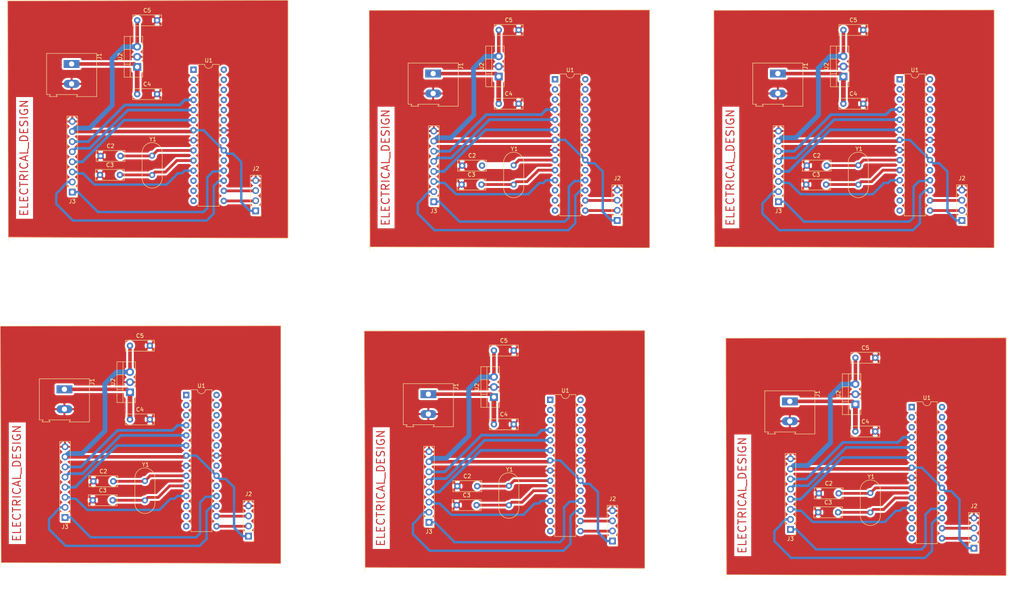
<source format=kicad_pcb>
(kicad_pcb (version 20171130) (host pcbnew "(5.1.4)-1")
  (layers (0 F.Cu signal) (31 B.Cu signal) (34 B.Paste user) (35 F.Paste user) (36 B.SilkS user) (37 F.SilkS user) (38 B.Mask user) (39 F.Mask user) (44 Edge.Cuts user))
  (net 0 "")
  (net 1 GND)
  (net 2 "Net-(C2-Pad2)")
  (net 3 "Net-(C3-Pad2)")
  (net 4 /V_in)
  (net 5 /V5V)
  (net 6 /Trig)
  (net 7 /Pulse)
  (net 8 /rs)
  (net 9 /en)
  (net 10 /d4)
  (net 11 /d5)
  (net 12 /d6)
  (net 13 /d7)
  (module Package_TO_SOT_THT:TO-220-3_Vertical (layer F.Cu) (at 233.34 117.64 90)
    (fp_text reference U2 (at 2.54 -4.27 90) (layer F.SilkS))
    (fp_text value LM7805_TO220)
    (pad 3 thru_hole oval (at 5.08 0 90) (size 1.905 2) (drill 1.1) (layers *.Cu *.Mask))
    (pad 2 thru_hole oval (at 2.54 0 90) (size 1.905 2) (drill 1.1) (layers *.Cu *.Mask))
    (pad 1 thru_hole rect (at 0 0 90) (size 1.905 2) (drill 1.1) (layers *.Cu *.Mask))
  )
  (module Capacitor_THT:C_Disc_D7.0mm_W2.5mm_P5.00mm (layer F.Cu) (at 233.34 124.48)
    (fp_text reference C4 (at 2.5 -2.5) (layer F.SilkS))
    (fp_text value 100nF)
    (pad 1 thru_hole circle (at 0 0) (size 1.6 1.6) (drill 0.8) (layers *.Cu *.Mask))
    (pad 2 thru_hole circle (at 5 0) (size 1.6 1.6) (drill 0.8) (layers *.Cu *.Mask))
  )
  (module Crystal:Crystal_HC49-4H_Vertical (layer F.Cu) (at 237.1 139.96 270)
    (fp_text reference Y1 (at -4.12 -0.17 180) (layer F.SilkS))
    (fp_text value Crystal)
    (pad 2 thru_hole circle (at 4.88 0 270) (size 1.5 1.5) (drill 0.8) (layers *.Cu *.Mask))
    (pad 1 thru_hole circle (at 0 0 270) (size 1.5 1.5) (drill 0.8) (layers *.Cu *.Mask))
  )
  (module Package_DIP:DIP-28_W7.62mm (layer F.Cu) (at 247.505001 118.335001)
    (fp_text reference U1 (at 3.81 -2.33) (layer F.SilkS))
    (fp_text value ATmega328P-PU)
    (pad 28 thru_hole oval (at 7.62 0) (size 1.6 1.6) (drill 0.8) (layers *.Cu *.Mask))
    (pad 14 thru_hole oval (at 0 33.02) (size 1.6 1.6) (drill 0.8) (layers *.Cu *.Mask))
    (pad 27 thru_hole oval (at 7.62 2.54) (size 1.6 1.6) (drill 0.8) (layers *.Cu *.Mask))
    (pad 13 thru_hole oval (at 0 30.48) (size 1.6 1.6) (drill 0.8) (layers *.Cu *.Mask))
    (pad 26 thru_hole oval (at 7.62 5.08) (size 1.6 1.6) (drill 0.8) (layers *.Cu *.Mask))
    (pad 12 thru_hole oval (at 0 27.94) (size 1.6 1.6) (drill 0.8) (layers *.Cu *.Mask))
    (pad 25 thru_hole oval (at 7.62 7.62) (size 1.6 1.6) (drill 0.8) (layers *.Cu *.Mask))
    (pad 11 thru_hole oval (at 0 25.4) (size 1.6 1.6) (drill 0.8) (layers *.Cu *.Mask))
    (pad 24 thru_hole oval (at 7.62 10.16) (size 1.6 1.6) (drill 0.8) (layers *.Cu *.Mask))
    (pad 10 thru_hole oval (at 0 22.86) (size 1.6 1.6) (drill 0.8) (layers *.Cu *.Mask))
    (pad 23 thru_hole oval (at 7.62 12.7) (size 1.6 1.6) (drill 0.8) (layers *.Cu *.Mask))
    (pad 9 thru_hole oval (at 0 20.32) (size 1.6 1.6) (drill 0.8) (layers *.Cu *.Mask))
    (pad 22 thru_hole oval (at 7.62 15.24) (size 1.6 1.6) (drill 0.8) (layers *.Cu *.Mask))
    (pad 8 thru_hole oval (at 0 17.78) (size 1.6 1.6) (drill 0.8) (layers *.Cu *.Mask))
    (pad 21 thru_hole oval (at 7.62 17.78) (size 1.6 1.6) (drill 0.8) (layers *.Cu *.Mask))
    (pad 7 thru_hole oval (at 0 15.24) (size 1.6 1.6) (drill 0.8) (layers *.Cu *.Mask))
    (pad 20 thru_hole oval (at 7.62 20.32) (size 1.6 1.6) (drill 0.8) (layers *.Cu *.Mask))
    (pad 6 thru_hole oval (at 0 12.7) (size 1.6 1.6) (drill 0.8) (layers *.Cu *.Mask))
    (pad 19 thru_hole oval (at 7.62 22.86) (size 1.6 1.6) (drill 0.8) (layers *.Cu *.Mask))
    (pad 5 thru_hole oval (at 0 10.16) (size 1.6 1.6) (drill 0.8) (layers *.Cu *.Mask))
    (pad 18 thru_hole oval (at 7.62 25.4) (size 1.6 1.6) (drill 0.8) (layers *.Cu *.Mask))
    (pad 4 thru_hole oval (at 0 7.62) (size 1.6 1.6) (drill 0.8) (layers *.Cu *.Mask))
    (pad 17 thru_hole oval (at 7.62 27.94) (size 1.6 1.6) (drill 0.8) (layers *.Cu *.Mask))
    (pad 3 thru_hole oval (at 0 5.08) (size 1.6 1.6) (drill 0.8) (layers *.Cu *.Mask))
    (pad 16 thru_hole oval (at 7.62 30.48) (size 1.6 1.6) (drill 0.8) (layers *.Cu *.Mask))
    (pad 2 thru_hole oval (at 0 2.54) (size 1.6 1.6) (drill 0.8) (layers *.Cu *.Mask))
    (pad 15 thru_hole oval (at 7.62 33.02) (size 1.6 1.6) (drill 0.8) (layers *.Cu *.Mask))
    (pad 1 thru_hole rect (at 0 0) (size 1.6 1.6) (drill 0.8) (layers *.Cu *.Mask))
  )
  (module TerminalBlock:TerminalBlock_Altech_AK300-2_P5.00mm (layer F.Cu) (at 216.85 116.9 270)
    (fp_text reference J1 (at -1.92 -6.99 90) (layer F.SilkS))
    (fp_text value Screw_Terminal_01x02)
    (pad 2 thru_hole oval (at 5 0 270) (size 1.98 3.96) (drill 1.32) (layers *.Cu *.Mask))
    (pad 1 thru_hole rect (at 0 0 270) (size 1.98 3.96) (drill 1.32) (layers *.Cu *.Mask))
  )
  (module Connector_PinHeader_2.54mm:PinHeader_1x04_P2.54mm_Vertical (layer F.Cu) (at 263.15 153.84 180)
    (fp_text reference J2 (at -0.03 10.6) (layer F.SilkS))
    (fp_text value ULTRA_SENSOR)
    (pad 4 thru_hole oval (at 0 7.62 180) (size 1.7 1.7) (drill 1) (layers *.Cu *.Mask))
    (pad 3 thru_hole oval (at 0 5.08 180) (size 1.7 1.7) (drill 1) (layers *.Cu *.Mask))
    (pad 2 thru_hole oval (at 0 2.54 180) (size 1.7 1.7) (drill 1) (layers *.Cu *.Mask))
    (pad 1 thru_hole rect (at 0 0 180) (size 1.7 1.7) (drill 1) (layers *.Cu *.Mask))
  )
  (module Capacitor_THT:C_Disc_D7.0mm_W2.5mm_P5.00mm (layer F.Cu) (at 224.14 140.04)
    (fp_text reference C2 (at 2.5 -2.5) (layer F.SilkS))
    (fp_text value 22pF)
    (pad 2 thru_hole circle (at 5 0) (size 1.6 1.6) (drill 0.8) (layers *.Cu *.Mask))
    (pad 1 thru_hole circle (at 0 0) (size 1.6 1.6) (drill 0.8) (layers *.Cu *.Mask))
  )
  (module Capacitor_THT:C_Disc_D7.0mm_W2.5mm_P5.00mm (layer F.Cu) (at 233.35 105.93)
    (fp_text reference C5 (at 2.5 -2.5) (layer F.SilkS))
    (fp_text value 100nF)
    (pad 2 thru_hole circle (at 5 0) (size 1.6 1.6) (drill 0.8) (layers *.Cu *.Mask))
    (pad 1 thru_hole circle (at 0 0) (size 1.6 1.6) (drill 0.8) (layers *.Cu *.Mask))
  )
  (module Capacitor_THT:C_Disc_D7.0mm_W2.5mm_P5.00mm (layer F.Cu) (at 223.99 144.81)
    (fp_text reference C3 (at 2.5 -2.5) (layer F.SilkS))
    (fp_text value 22pF)
    (pad 1 thru_hole circle (at 0 0) (size 1.6 1.6) (drill 0.8) (layers *.Cu *.Mask))
    (pad 2 thru_hole circle (at 5 0) (size 1.6 1.6) (drill 0.8) (layers *.Cu *.Mask))
  )
  (module Connector_PinHeader_2.54mm:PinHeader_1x08_P2.54mm_Vertical (layer F.Cu) (at 217.01 149.13 180)
    (fp_text reference J3 (at 0 -2.33) (layer F.SilkS))
    (fp_text value LCD_INTERFACE)
    (pad 8 thru_hole oval (at 0 17.78 180) (size 1.7 1.7) (drill 1) (layers *.Cu *.Mask))
    (pad 7 thru_hole oval (at 0 15.24 180) (size 1.7 1.7) (drill 1) (layers *.Cu *.Mask))
    (pad 6 thru_hole oval (at 0 12.7 180) (size 1.7 1.7) (drill 1) (layers *.Cu *.Mask))
    (pad 5 thru_hole oval (at 0 10.16 180) (size 1.7 1.7) (drill 1) (layers *.Cu *.Mask))
    (pad 4 thru_hole oval (at 0 7.62 180) (size 1.7 1.7) (drill 1) (layers *.Cu *.Mask))
    (pad 3 thru_hole oval (at 0 5.08 180) (size 1.7 1.7) (drill 1) (layers *.Cu *.Mask))
    (pad 2 thru_hole oval (at 0 2.54 180) (size 1.7 1.7) (drill 1) (layers *.Cu *.Mask))
    (pad 1 thru_hole rect (at 0 0 180) (size 1.7 1.7) (drill 1) (layers *.Cu *.Mask))
  )
  (module Package_TO_SOT_THT:TO-220-3_Vertical (layer F.Cu) (at 230.32 35.19 90)
    (fp_text reference U2 (at 2.54 -4.27 90) (layer F.SilkS))
    (fp_text value LM7805_TO220)
    (pad 3 thru_hole oval (at 5.08 0 90) (size 1.905 2) (drill 1.1) (layers *.Cu *.Mask))
    (pad 2 thru_hole oval (at 2.54 0 90) (size 1.905 2) (drill 1.1) (layers *.Cu *.Mask))
    (pad 1 thru_hole rect (at 0 0 90) (size 1.905 2) (drill 1.1) (layers *.Cu *.Mask))
  )
  (module Capacitor_THT:C_Disc_D7.0mm_W2.5mm_P5.00mm (layer F.Cu) (at 230.32 42.03)
    (fp_text reference C4 (at 2.5 -2.5) (layer F.SilkS))
    (fp_text value 100nF)
    (pad 1 thru_hole circle (at 0 0) (size 1.6 1.6) (drill 0.8) (layers *.Cu *.Mask))
    (pad 2 thru_hole circle (at 5 0) (size 1.6 1.6) (drill 0.8) (layers *.Cu *.Mask))
  )
  (module Crystal:Crystal_HC49-4H_Vertical (layer F.Cu) (at 234.08 57.51 270)
    (fp_text reference Y1 (at -4.12 -0.17 180) (layer F.SilkS))
    (fp_text value Crystal)
    (pad 2 thru_hole circle (at 4.88 0 270) (size 1.5 1.5) (drill 0.8) (layers *.Cu *.Mask))
    (pad 1 thru_hole circle (at 0 0 270) (size 1.5 1.5) (drill 0.8) (layers *.Cu *.Mask))
  )
  (module Package_DIP:DIP-28_W7.62mm (layer F.Cu) (at 244.485001 35.885001)
    (fp_text reference U1 (at 3.81 -2.33) (layer F.SilkS))
    (fp_text value ATmega328P-PU)
    (pad 28 thru_hole oval (at 7.62 0) (size 1.6 1.6) (drill 0.8) (layers *.Cu *.Mask))
    (pad 14 thru_hole oval (at 0 33.02) (size 1.6 1.6) (drill 0.8) (layers *.Cu *.Mask))
    (pad 27 thru_hole oval (at 7.62 2.54) (size 1.6 1.6) (drill 0.8) (layers *.Cu *.Mask))
    (pad 13 thru_hole oval (at 0 30.48) (size 1.6 1.6) (drill 0.8) (layers *.Cu *.Mask))
    (pad 26 thru_hole oval (at 7.62 5.08) (size 1.6 1.6) (drill 0.8) (layers *.Cu *.Mask))
    (pad 12 thru_hole oval (at 0 27.94) (size 1.6 1.6) (drill 0.8) (layers *.Cu *.Mask))
    (pad 25 thru_hole oval (at 7.62 7.62) (size 1.6 1.6) (drill 0.8) (layers *.Cu *.Mask))
    (pad 11 thru_hole oval (at 0 25.4) (size 1.6 1.6) (drill 0.8) (layers *.Cu *.Mask))
    (pad 24 thru_hole oval (at 7.62 10.16) (size 1.6 1.6) (drill 0.8) (layers *.Cu *.Mask))
    (pad 10 thru_hole oval (at 0 22.86) (size 1.6 1.6) (drill 0.8) (layers *.Cu *.Mask))
    (pad 23 thru_hole oval (at 7.62 12.7) (size 1.6 1.6) (drill 0.8) (layers *.Cu *.Mask))
    (pad 9 thru_hole oval (at 0 20.32) (size 1.6 1.6) (drill 0.8) (layers *.Cu *.Mask))
    (pad 22 thru_hole oval (at 7.62 15.24) (size 1.6 1.6) (drill 0.8) (layers *.Cu *.Mask))
    (pad 8 thru_hole oval (at 0 17.78) (size 1.6 1.6) (drill 0.8) (layers *.Cu *.Mask))
    (pad 21 thru_hole oval (at 7.62 17.78) (size 1.6 1.6) (drill 0.8) (layers *.Cu *.Mask))
    (pad 7 thru_hole oval (at 0 15.24) (size 1.6 1.6) (drill 0.8) (layers *.Cu *.Mask))
    (pad 20 thru_hole oval (at 7.62 20.32) (size 1.6 1.6) (drill 0.8) (layers *.Cu *.Mask))
    (pad 6 thru_hole oval (at 0 12.7) (size 1.6 1.6) (drill 0.8) (layers *.Cu *.Mask))
    (pad 19 thru_hole oval (at 7.62 22.86) (size 1.6 1.6) (drill 0.8) (layers *.Cu *.Mask))
    (pad 5 thru_hole oval (at 0 10.16) (size 1.6 1.6) (drill 0.8) (layers *.Cu *.Mask))
    (pad 18 thru_hole oval (at 7.62 25.4) (size 1.6 1.6) (drill 0.8) (layers *.Cu *.Mask))
    (pad 4 thru_hole oval (at 0 7.62) (size 1.6 1.6) (drill 0.8) (layers *.Cu *.Mask))
    (pad 17 thru_hole oval (at 7.62 27.94) (size 1.6 1.6) (drill 0.8) (layers *.Cu *.Mask))
    (pad 3 thru_hole oval (at 0 5.08) (size 1.6 1.6) (drill 0.8) (layers *.Cu *.Mask))
    (pad 16 thru_hole oval (at 7.62 30.48) (size 1.6 1.6) (drill 0.8) (layers *.Cu *.Mask))
    (pad 2 thru_hole oval (at 0 2.54) (size 1.6 1.6) (drill 0.8) (layers *.Cu *.Mask))
    (pad 15 thru_hole oval (at 7.62 33.02) (size 1.6 1.6) (drill 0.8) (layers *.Cu *.Mask))
    (pad 1 thru_hole rect (at 0 0) (size 1.6 1.6) (drill 0.8) (layers *.Cu *.Mask))
  )
  (module TerminalBlock:TerminalBlock_Altech_AK300-2_P5.00mm (layer F.Cu) (at 213.83 34.45 270)
    (fp_text reference J1 (at -1.92 -6.99 90) (layer F.SilkS))
    (fp_text value Screw_Terminal_01x02)
    (pad 2 thru_hole oval (at 5 0 270) (size 1.98 3.96) (drill 1.32) (layers *.Cu *.Mask))
    (pad 1 thru_hole rect (at 0 0 270) (size 1.98 3.96) (drill 1.32) (layers *.Cu *.Mask))
  )
  (module Connector_PinHeader_2.54mm:PinHeader_1x04_P2.54mm_Vertical (layer F.Cu) (at 260.13 71.39 180)
    (fp_text reference J2 (at -0.03 10.6) (layer F.SilkS))
    (fp_text value ULTRA_SENSOR)
    (pad 4 thru_hole oval (at 0 7.62 180) (size 1.7 1.7) (drill 1) (layers *.Cu *.Mask))
    (pad 3 thru_hole oval (at 0 5.08 180) (size 1.7 1.7) (drill 1) (layers *.Cu *.Mask))
    (pad 2 thru_hole oval (at 0 2.54 180) (size 1.7 1.7) (drill 1) (layers *.Cu *.Mask))
    (pad 1 thru_hole rect (at 0 0 180) (size 1.7 1.7) (drill 1) (layers *.Cu *.Mask))
  )
  (module Capacitor_THT:C_Disc_D7.0mm_W2.5mm_P5.00mm (layer F.Cu) (at 221.12 57.59)
    (fp_text reference C2 (at 2.5 -2.5) (layer F.SilkS))
    (fp_text value 22pF)
    (pad 2 thru_hole circle (at 5 0) (size 1.6 1.6) (drill 0.8) (layers *.Cu *.Mask))
    (pad 1 thru_hole circle (at 0 0) (size 1.6 1.6) (drill 0.8) (layers *.Cu *.Mask))
  )
  (module Capacitor_THT:C_Disc_D7.0mm_W2.5mm_P5.00mm (layer F.Cu) (at 230.33 23.48)
    (fp_text reference C5 (at 2.5 -2.5) (layer F.SilkS))
    (fp_text value 100nF)
    (pad 2 thru_hole circle (at 5 0) (size 1.6 1.6) (drill 0.8) (layers *.Cu *.Mask))
    (pad 1 thru_hole circle (at 0 0) (size 1.6 1.6) (drill 0.8) (layers *.Cu *.Mask))
  )
  (module Capacitor_THT:C_Disc_D7.0mm_W2.5mm_P5.00mm (layer F.Cu) (at 220.97 62.36)
    (fp_text reference C3 (at 2.5 -2.5) (layer F.SilkS))
    (fp_text value 22pF)
    (pad 1 thru_hole circle (at 0 0) (size 1.6 1.6) (drill 0.8) (layers *.Cu *.Mask))
    (pad 2 thru_hole circle (at 5 0) (size 1.6 1.6) (drill 0.8) (layers *.Cu *.Mask))
  )
  (module Connector_PinHeader_2.54mm:PinHeader_1x08_P2.54mm_Vertical (layer F.Cu) (at 213.99 66.68 180)
    (fp_text reference J3 (at 0 -2.33) (layer F.SilkS))
    (fp_text value LCD_INTERFACE)
    (pad 8 thru_hole oval (at 0 17.78 180) (size 1.7 1.7) (drill 1) (layers *.Cu *.Mask))
    (pad 7 thru_hole oval (at 0 15.24 180) (size 1.7 1.7) (drill 1) (layers *.Cu *.Mask))
    (pad 6 thru_hole oval (at 0 12.7 180) (size 1.7 1.7) (drill 1) (layers *.Cu *.Mask))
    (pad 5 thru_hole oval (at 0 10.16 180) (size 1.7 1.7) (drill 1) (layers *.Cu *.Mask))
    (pad 4 thru_hole oval (at 0 7.62 180) (size 1.7 1.7) (drill 1) (layers *.Cu *.Mask))
    (pad 3 thru_hole oval (at 0 5.08 180) (size 1.7 1.7) (drill 1) (layers *.Cu *.Mask))
    (pad 2 thru_hole oval (at 0 2.54 180) (size 1.7 1.7) (drill 1) (layers *.Cu *.Mask))
    (pad 1 thru_hole rect (at 0 0 180) (size 1.7 1.7) (drill 1) (layers *.Cu *.Mask))
  )
  (module Package_TO_SOT_THT:TO-220-3_Vertical (layer F.Cu) (at 142.41 115.83 90)
    (fp_text reference U2 (at 2.54 -4.27 90) (layer F.SilkS))
    (fp_text value LM7805_TO220)
    (pad 3 thru_hole oval (at 5.08 0 90) (size 1.905 2) (drill 1.1) (layers *.Cu *.Mask))
    (pad 2 thru_hole oval (at 2.54 0 90) (size 1.905 2) (drill 1.1) (layers *.Cu *.Mask))
    (pad 1 thru_hole rect (at 0 0 90) (size 1.905 2) (drill 1.1) (layers *.Cu *.Mask))
  )
  (module Capacitor_THT:C_Disc_D7.0mm_W2.5mm_P5.00mm (layer F.Cu) (at 142.41 122.67)
    (fp_text reference C4 (at 2.5 -2.5) (layer F.SilkS))
    (fp_text value 100nF)
    (pad 1 thru_hole circle (at 0 0) (size 1.6 1.6) (drill 0.8) (layers *.Cu *.Mask))
    (pad 2 thru_hole circle (at 5 0) (size 1.6 1.6) (drill 0.8) (layers *.Cu *.Mask))
  )
  (module Crystal:Crystal_HC49-4H_Vertical (layer F.Cu) (at 146.17 138.15 270)
    (fp_text reference Y1 (at -4.12 -0.17 180) (layer F.SilkS))
    (fp_text value Crystal)
    (pad 2 thru_hole circle (at 4.88 0 270) (size 1.5 1.5) (drill 0.8) (layers *.Cu *.Mask))
    (pad 1 thru_hole circle (at 0 0 270) (size 1.5 1.5) (drill 0.8) (layers *.Cu *.Mask))
  )
  (module Package_DIP:DIP-28_W7.62mm (layer F.Cu) (at 156.575001 116.525001)
    (fp_text reference U1 (at 3.81 -2.33) (layer F.SilkS))
    (fp_text value ATmega328P-PU)
    (pad 28 thru_hole oval (at 7.62 0) (size 1.6 1.6) (drill 0.8) (layers *.Cu *.Mask))
    (pad 14 thru_hole oval (at 0 33.02) (size 1.6 1.6) (drill 0.8) (layers *.Cu *.Mask))
    (pad 27 thru_hole oval (at 7.62 2.54) (size 1.6 1.6) (drill 0.8) (layers *.Cu *.Mask))
    (pad 13 thru_hole oval (at 0 30.48) (size 1.6 1.6) (drill 0.8) (layers *.Cu *.Mask))
    (pad 26 thru_hole oval (at 7.62 5.08) (size 1.6 1.6) (drill 0.8) (layers *.Cu *.Mask))
    (pad 12 thru_hole oval (at 0 27.94) (size 1.6 1.6) (drill 0.8) (layers *.Cu *.Mask))
    (pad 25 thru_hole oval (at 7.62 7.62) (size 1.6 1.6) (drill 0.8) (layers *.Cu *.Mask))
    (pad 11 thru_hole oval (at 0 25.4) (size 1.6 1.6) (drill 0.8) (layers *.Cu *.Mask))
    (pad 24 thru_hole oval (at 7.62 10.16) (size 1.6 1.6) (drill 0.8) (layers *.Cu *.Mask))
    (pad 10 thru_hole oval (at 0 22.86) (size 1.6 1.6) (drill 0.8) (layers *.Cu *.Mask))
    (pad 23 thru_hole oval (at 7.62 12.7) (size 1.6 1.6) (drill 0.8) (layers *.Cu *.Mask))
    (pad 9 thru_hole oval (at 0 20.32) (size 1.6 1.6) (drill 0.8) (layers *.Cu *.Mask))
    (pad 22 thru_hole oval (at 7.62 15.24) (size 1.6 1.6) (drill 0.8) (layers *.Cu *.Mask))
    (pad 8 thru_hole oval (at 0 17.78) (size 1.6 1.6) (drill 0.8) (layers *.Cu *.Mask))
    (pad 21 thru_hole oval (at 7.62 17.78) (size 1.6 1.6) (drill 0.8) (layers *.Cu *.Mask))
    (pad 7 thru_hole oval (at 0 15.24) (size 1.6 1.6) (drill 0.8) (layers *.Cu *.Mask))
    (pad 20 thru_hole oval (at 7.62 20.32) (size 1.6 1.6) (drill 0.8) (layers *.Cu *.Mask))
    (pad 6 thru_hole oval (at 0 12.7) (size 1.6 1.6) (drill 0.8) (layers *.Cu *.Mask))
    (pad 19 thru_hole oval (at 7.62 22.86) (size 1.6 1.6) (drill 0.8) (layers *.Cu *.Mask))
    (pad 5 thru_hole oval (at 0 10.16) (size 1.6 1.6) (drill 0.8) (layers *.Cu *.Mask))
    (pad 18 thru_hole oval (at 7.62 25.4) (size 1.6 1.6) (drill 0.8) (layers *.Cu *.Mask))
    (pad 4 thru_hole oval (at 0 7.62) (size 1.6 1.6) (drill 0.8) (layers *.Cu *.Mask))
    (pad 17 thru_hole oval (at 7.62 27.94) (size 1.6 1.6) (drill 0.8) (layers *.Cu *.Mask))
    (pad 3 thru_hole oval (at 0 5.08) (size 1.6 1.6) (drill 0.8) (layers *.Cu *.Mask))
    (pad 16 thru_hole oval (at 7.62 30.48) (size 1.6 1.6) (drill 0.8) (layers *.Cu *.Mask))
    (pad 2 thru_hole oval (at 0 2.54) (size 1.6 1.6) (drill 0.8) (layers *.Cu *.Mask))
    (pad 15 thru_hole oval (at 7.62 33.02) (size 1.6 1.6) (drill 0.8) (layers *.Cu *.Mask))
    (pad 1 thru_hole rect (at 0 0) (size 1.6 1.6) (drill 0.8) (layers *.Cu *.Mask))
  )
  (module TerminalBlock:TerminalBlock_Altech_AK300-2_P5.00mm (layer F.Cu) (at 125.92 115.09 270)
    (fp_text reference J1 (at -1.92 -6.99 90) (layer F.SilkS))
    (fp_text value Screw_Terminal_01x02)
    (pad 2 thru_hole oval (at 5 0 270) (size 1.98 3.96) (drill 1.32) (layers *.Cu *.Mask))
    (pad 1 thru_hole rect (at 0 0 270) (size 1.98 3.96) (drill 1.32) (layers *.Cu *.Mask))
  )
  (module Connector_PinHeader_2.54mm:PinHeader_1x04_P2.54mm_Vertical (layer F.Cu) (at 172.22 152.03 180)
    (fp_text reference J2 (at -0.03 10.6) (layer F.SilkS))
    (fp_text value ULTRA_SENSOR)
    (pad 4 thru_hole oval (at 0 7.62 180) (size 1.7 1.7) (drill 1) (layers *.Cu *.Mask))
    (pad 3 thru_hole oval (at 0 5.08 180) (size 1.7 1.7) (drill 1) (layers *.Cu *.Mask))
    (pad 2 thru_hole oval (at 0 2.54 180) (size 1.7 1.7) (drill 1) (layers *.Cu *.Mask))
    (pad 1 thru_hole rect (at 0 0 180) (size 1.7 1.7) (drill 1) (layers *.Cu *.Mask))
  )
  (module Capacitor_THT:C_Disc_D7.0mm_W2.5mm_P5.00mm (layer F.Cu) (at 133.21 138.23)
    (fp_text reference C2 (at 2.5 -2.5) (layer F.SilkS))
    (fp_text value 22pF)
    (pad 2 thru_hole circle (at 5 0) (size 1.6 1.6) (drill 0.8) (layers *.Cu *.Mask))
    (pad 1 thru_hole circle (at 0 0) (size 1.6 1.6) (drill 0.8) (layers *.Cu *.Mask))
  )
  (module Capacitor_THT:C_Disc_D7.0mm_W2.5mm_P5.00mm (layer F.Cu) (at 142.42 104.12)
    (fp_text reference C5 (at 2.5 -2.5) (layer F.SilkS))
    (fp_text value 100nF)
    (pad 2 thru_hole circle (at 5 0) (size 1.6 1.6) (drill 0.8) (layers *.Cu *.Mask))
    (pad 1 thru_hole circle (at 0 0) (size 1.6 1.6) (drill 0.8) (layers *.Cu *.Mask))
  )
  (module Capacitor_THT:C_Disc_D7.0mm_W2.5mm_P5.00mm (layer F.Cu) (at 133.06 143)
    (fp_text reference C3 (at 2.5 -2.5) (layer F.SilkS))
    (fp_text value 22pF)
    (pad 1 thru_hole circle (at 0 0) (size 1.6 1.6) (drill 0.8) (layers *.Cu *.Mask))
    (pad 2 thru_hole circle (at 5 0) (size 1.6 1.6) (drill 0.8) (layers *.Cu *.Mask))
  )
  (module Connector_PinHeader_2.54mm:PinHeader_1x08_P2.54mm_Vertical (layer F.Cu) (at 126.08 147.32 180)
    (fp_text reference J3 (at 0 -2.33) (layer F.SilkS))
    (fp_text value LCD_INTERFACE)
    (pad 8 thru_hole oval (at 0 17.78 180) (size 1.7 1.7) (drill 1) (layers *.Cu *.Mask))
    (pad 7 thru_hole oval (at 0 15.24 180) (size 1.7 1.7) (drill 1) (layers *.Cu *.Mask))
    (pad 6 thru_hole oval (at 0 12.7 180) (size 1.7 1.7) (drill 1) (layers *.Cu *.Mask))
    (pad 5 thru_hole oval (at 0 10.16 180) (size 1.7 1.7) (drill 1) (layers *.Cu *.Mask))
    (pad 4 thru_hole oval (at 0 7.62 180) (size 1.7 1.7) (drill 1) (layers *.Cu *.Mask))
    (pad 3 thru_hole oval (at 0 5.08 180) (size 1.7 1.7) (drill 1) (layers *.Cu *.Mask))
    (pad 2 thru_hole oval (at 0 2.54 180) (size 1.7 1.7) (drill 1) (layers *.Cu *.Mask))
    (pad 1 thru_hole rect (at 0 0 180) (size 1.7 1.7) (drill 1) (layers *.Cu *.Mask))
  )
  (module Package_TO_SOT_THT:TO-220-3_Vertical (layer F.Cu) (at 143.62 35.19 90)
    (fp_text reference U2 (at 2.54 -4.27 90) (layer F.SilkS))
    (fp_text value LM7805_TO220)
    (pad 3 thru_hole oval (at 5.08 0 90) (size 1.905 2) (drill 1.1) (layers *.Cu *.Mask))
    (pad 2 thru_hole oval (at 2.54 0 90) (size 1.905 2) (drill 1.1) (layers *.Cu *.Mask))
    (pad 1 thru_hole rect (at 0 0 90) (size 1.905 2) (drill 1.1) (layers *.Cu *.Mask))
  )
  (module Capacitor_THT:C_Disc_D7.0mm_W2.5mm_P5.00mm (layer F.Cu) (at 143.62 42.03)
    (fp_text reference C4 (at 2.5 -2.5) (layer F.SilkS))
    (fp_text value 100nF)
    (pad 1 thru_hole circle (at 0 0) (size 1.6 1.6) (drill 0.8) (layers *.Cu *.Mask))
    (pad 2 thru_hole circle (at 5 0) (size 1.6 1.6) (drill 0.8) (layers *.Cu *.Mask))
  )
  (module Crystal:Crystal_HC49-4H_Vertical (layer F.Cu) (at 147.38 57.51 270)
    (fp_text reference Y1 (at -4.12 -0.17 180) (layer F.SilkS))
    (fp_text value Crystal)
    (pad 2 thru_hole circle (at 4.88 0 270) (size 1.5 1.5) (drill 0.8) (layers *.Cu *.Mask))
    (pad 1 thru_hole circle (at 0 0 270) (size 1.5 1.5) (drill 0.8) (layers *.Cu *.Mask))
  )
  (module Package_DIP:DIP-28_W7.62mm (layer F.Cu) (at 157.785001 35.885001)
    (fp_text reference U1 (at 3.81 -2.33) (layer F.SilkS))
    (fp_text value ATmega328P-PU)
    (pad 28 thru_hole oval (at 7.62 0) (size 1.6 1.6) (drill 0.8) (layers *.Cu *.Mask))
    (pad 14 thru_hole oval (at 0 33.02) (size 1.6 1.6) (drill 0.8) (layers *.Cu *.Mask))
    (pad 27 thru_hole oval (at 7.62 2.54) (size 1.6 1.6) (drill 0.8) (layers *.Cu *.Mask))
    (pad 13 thru_hole oval (at 0 30.48) (size 1.6 1.6) (drill 0.8) (layers *.Cu *.Mask))
    (pad 26 thru_hole oval (at 7.62 5.08) (size 1.6 1.6) (drill 0.8) (layers *.Cu *.Mask))
    (pad 12 thru_hole oval (at 0 27.94) (size 1.6 1.6) (drill 0.8) (layers *.Cu *.Mask))
    (pad 25 thru_hole oval (at 7.62 7.62) (size 1.6 1.6) (drill 0.8) (layers *.Cu *.Mask))
    (pad 11 thru_hole oval (at 0 25.4) (size 1.6 1.6) (drill 0.8) (layers *.Cu *.Mask))
    (pad 24 thru_hole oval (at 7.62 10.16) (size 1.6 1.6) (drill 0.8) (layers *.Cu *.Mask))
    (pad 10 thru_hole oval (at 0 22.86) (size 1.6 1.6) (drill 0.8) (layers *.Cu *.Mask))
    (pad 23 thru_hole oval (at 7.62 12.7) (size 1.6 1.6) (drill 0.8) (layers *.Cu *.Mask))
    (pad 9 thru_hole oval (at 0 20.32) (size 1.6 1.6) (drill 0.8) (layers *.Cu *.Mask))
    (pad 22 thru_hole oval (at 7.62 15.24) (size 1.6 1.6) (drill 0.8) (layers *.Cu *.Mask))
    (pad 8 thru_hole oval (at 0 17.78) (size 1.6 1.6) (drill 0.8) (layers *.Cu *.Mask))
    (pad 21 thru_hole oval (at 7.62 17.78) (size 1.6 1.6) (drill 0.8) (layers *.Cu *.Mask))
    (pad 7 thru_hole oval (at 0 15.24) (size 1.6 1.6) (drill 0.8) (layers *.Cu *.Mask))
    (pad 20 thru_hole oval (at 7.62 20.32) (size 1.6 1.6) (drill 0.8) (layers *.Cu *.Mask))
    (pad 6 thru_hole oval (at 0 12.7) (size 1.6 1.6) (drill 0.8) (layers *.Cu *.Mask))
    (pad 19 thru_hole oval (at 7.62 22.86) (size 1.6 1.6) (drill 0.8) (layers *.Cu *.Mask))
    (pad 5 thru_hole oval (at 0 10.16) (size 1.6 1.6) (drill 0.8) (layers *.Cu *.Mask))
    (pad 18 thru_hole oval (at 7.62 25.4) (size 1.6 1.6) (drill 0.8) (layers *.Cu *.Mask))
    (pad 4 thru_hole oval (at 0 7.62) (size 1.6 1.6) (drill 0.8) (layers *.Cu *.Mask))
    (pad 17 thru_hole oval (at 7.62 27.94) (size 1.6 1.6) (drill 0.8) (layers *.Cu *.Mask))
    (pad 3 thru_hole oval (at 0 5.08) (size 1.6 1.6) (drill 0.8) (layers *.Cu *.Mask))
    (pad 16 thru_hole oval (at 7.62 30.48) (size 1.6 1.6) (drill 0.8) (layers *.Cu *.Mask))
    (pad 2 thru_hole oval (at 0 2.54) (size 1.6 1.6) (drill 0.8) (layers *.Cu *.Mask))
    (pad 15 thru_hole oval (at 7.62 33.02) (size 1.6 1.6) (drill 0.8) (layers *.Cu *.Mask))
    (pad 1 thru_hole rect (at 0 0) (size 1.6 1.6) (drill 0.8) (layers *.Cu *.Mask))
  )
  (module TerminalBlock:TerminalBlock_Altech_AK300-2_P5.00mm (layer F.Cu) (at 127.13 34.45 270)
    (fp_text reference J1 (at -1.92 -6.99 90) (layer F.SilkS))
    (fp_text value Screw_Terminal_01x02)
    (pad 2 thru_hole oval (at 5 0 270) (size 1.98 3.96) (drill 1.32) (layers *.Cu *.Mask))
    (pad 1 thru_hole rect (at 0 0 270) (size 1.98 3.96) (drill 1.32) (layers *.Cu *.Mask))
  )
  (module Connector_PinHeader_2.54mm:PinHeader_1x04_P2.54mm_Vertical (layer F.Cu) (at 173.43 71.39 180)
    (fp_text reference J2 (at -0.03 10.6) (layer F.SilkS))
    (fp_text value ULTRA_SENSOR)
    (pad 4 thru_hole oval (at 0 7.62 180) (size 1.7 1.7) (drill 1) (layers *.Cu *.Mask))
    (pad 3 thru_hole oval (at 0 5.08 180) (size 1.7 1.7) (drill 1) (layers *.Cu *.Mask))
    (pad 2 thru_hole oval (at 0 2.54 180) (size 1.7 1.7) (drill 1) (layers *.Cu *.Mask))
    (pad 1 thru_hole rect (at 0 0 180) (size 1.7 1.7) (drill 1) (layers *.Cu *.Mask))
  )
  (module Capacitor_THT:C_Disc_D7.0mm_W2.5mm_P5.00mm (layer F.Cu) (at 134.42 57.59)
    (fp_text reference C2 (at 2.5 -2.5) (layer F.SilkS))
    (fp_text value 22pF)
    (pad 2 thru_hole circle (at 5 0) (size 1.6 1.6) (drill 0.8) (layers *.Cu *.Mask))
    (pad 1 thru_hole circle (at 0 0) (size 1.6 1.6) (drill 0.8) (layers *.Cu *.Mask))
  )
  (module Capacitor_THT:C_Disc_D7.0mm_W2.5mm_P5.00mm (layer F.Cu) (at 143.63 23.48)
    (fp_text reference C5 (at 2.5 -2.5) (layer F.SilkS))
    (fp_text value 100nF)
    (pad 2 thru_hole circle (at 5 0) (size 1.6 1.6) (drill 0.8) (layers *.Cu *.Mask))
    (pad 1 thru_hole circle (at 0 0) (size 1.6 1.6) (drill 0.8) (layers *.Cu *.Mask))
  )
  (module Capacitor_THT:C_Disc_D7.0mm_W2.5mm_P5.00mm (layer F.Cu) (at 134.27 62.36)
    (fp_text reference C3 (at 2.5 -2.5) (layer F.SilkS))
    (fp_text value 22pF)
    (pad 1 thru_hole circle (at 0 0) (size 1.6 1.6) (drill 0.8) (layers *.Cu *.Mask))
    (pad 2 thru_hole circle (at 5 0) (size 1.6 1.6) (drill 0.8) (layers *.Cu *.Mask))
  )
  (module Connector_PinHeader_2.54mm:PinHeader_1x08_P2.54mm_Vertical (layer F.Cu) (at 127.29 66.68 180)
    (fp_text reference J3 (at 0 -2.33) (layer F.SilkS))
    (fp_text value LCD_INTERFACE)
    (pad 8 thru_hole oval (at 0 17.78 180) (size 1.7 1.7) (drill 1) (layers *.Cu *.Mask))
    (pad 7 thru_hole oval (at 0 15.24 180) (size 1.7 1.7) (drill 1) (layers *.Cu *.Mask))
    (pad 6 thru_hole oval (at 0 12.7 180) (size 1.7 1.7) (drill 1) (layers *.Cu *.Mask))
    (pad 5 thru_hole oval (at 0 10.16 180) (size 1.7 1.7) (drill 1) (layers *.Cu *.Mask))
    (pad 4 thru_hole oval (at 0 7.62 180) (size 1.7 1.7) (drill 1) (layers *.Cu *.Mask))
    (pad 3 thru_hole oval (at 0 5.08 180) (size 1.7 1.7) (drill 1) (layers *.Cu *.Mask))
    (pad 2 thru_hole oval (at 0 2.54 180) (size 1.7 1.7) (drill 1) (layers *.Cu *.Mask))
    (pad 1 thru_hole rect (at 0 0 180) (size 1.7 1.7) (drill 1) (layers *.Cu *.Mask))
  )
  (module Package_TO_SOT_THT:TO-220-3_Vertical (layer F.Cu) (at 50.86 114.61 90)
    (fp_text reference U2 (at 2.54 -4.27 90) (layer F.SilkS))
    (fp_text value LM7805_TO220)
    (pad 3 thru_hole oval (at 5.08 0 90) (size 1.905 2) (drill 1.1) (layers *.Cu *.Mask))
    (pad 2 thru_hole oval (at 2.54 0 90) (size 1.905 2) (drill 1.1) (layers *.Cu *.Mask))
    (pad 1 thru_hole rect (at 0 0 90) (size 1.905 2) (drill 1.1) (layers *.Cu *.Mask))
  )
  (module Capacitor_THT:C_Disc_D7.0mm_W2.5mm_P5.00mm (layer F.Cu) (at 50.86 121.45)
    (fp_text reference C4 (at 2.5 -2.5) (layer F.SilkS))
    (fp_text value 100nF)
    (pad 1 thru_hole circle (at 0 0) (size 1.6 1.6) (drill 0.8) (layers *.Cu *.Mask))
    (pad 2 thru_hole circle (at 5 0) (size 1.6 1.6) (drill 0.8) (layers *.Cu *.Mask))
  )
  (module Crystal:Crystal_HC49-4H_Vertical (layer F.Cu) (at 54.62 136.93 270)
    (fp_text reference Y1 (at -4.12 -0.17 180) (layer F.SilkS))
    (fp_text value Crystal)
    (pad 2 thru_hole circle (at 4.88 0 270) (size 1.5 1.5) (drill 0.8) (layers *.Cu *.Mask))
    (pad 1 thru_hole circle (at 0 0 270) (size 1.5 1.5) (drill 0.8) (layers *.Cu *.Mask))
  )
  (module Package_DIP:DIP-28_W7.62mm (layer F.Cu) (at 65.025001 115.305001)
    (fp_text reference U1 (at 3.81 -2.33) (layer F.SilkS))
    (fp_text value ATmega328P-PU)
    (pad 28 thru_hole oval (at 7.62 0) (size 1.6 1.6) (drill 0.8) (layers *.Cu *.Mask))
    (pad 14 thru_hole oval (at 0 33.02) (size 1.6 1.6) (drill 0.8) (layers *.Cu *.Mask))
    (pad 27 thru_hole oval (at 7.62 2.54) (size 1.6 1.6) (drill 0.8) (layers *.Cu *.Mask))
    (pad 13 thru_hole oval (at 0 30.48) (size 1.6 1.6) (drill 0.8) (layers *.Cu *.Mask))
    (pad 26 thru_hole oval (at 7.62 5.08) (size 1.6 1.6) (drill 0.8) (layers *.Cu *.Mask))
    (pad 12 thru_hole oval (at 0 27.94) (size 1.6 1.6) (drill 0.8) (layers *.Cu *.Mask))
    (pad 25 thru_hole oval (at 7.62 7.62) (size 1.6 1.6) (drill 0.8) (layers *.Cu *.Mask))
    (pad 11 thru_hole oval (at 0 25.4) (size 1.6 1.6) (drill 0.8) (layers *.Cu *.Mask))
    (pad 24 thru_hole oval (at 7.62 10.16) (size 1.6 1.6) (drill 0.8) (layers *.Cu *.Mask))
    (pad 10 thru_hole oval (at 0 22.86) (size 1.6 1.6) (drill 0.8) (layers *.Cu *.Mask))
    (pad 23 thru_hole oval (at 7.62 12.7) (size 1.6 1.6) (drill 0.8) (layers *.Cu *.Mask))
    (pad 9 thru_hole oval (at 0 20.32) (size 1.6 1.6) (drill 0.8) (layers *.Cu *.Mask))
    (pad 22 thru_hole oval (at 7.62 15.24) (size 1.6 1.6) (drill 0.8) (layers *.Cu *.Mask))
    (pad 8 thru_hole oval (at 0 17.78) (size 1.6 1.6) (drill 0.8) (layers *.Cu *.Mask))
    (pad 21 thru_hole oval (at 7.62 17.78) (size 1.6 1.6) (drill 0.8) (layers *.Cu *.Mask))
    (pad 7 thru_hole oval (at 0 15.24) (size 1.6 1.6) (drill 0.8) (layers *.Cu *.Mask))
    (pad 20 thru_hole oval (at 7.62 20.32) (size 1.6 1.6) (drill 0.8) (layers *.Cu *.Mask))
    (pad 6 thru_hole oval (at 0 12.7) (size 1.6 1.6) (drill 0.8) (layers *.Cu *.Mask))
    (pad 19 thru_hole oval (at 7.62 22.86) (size 1.6 1.6) (drill 0.8) (layers *.Cu *.Mask))
    (pad 5 thru_hole oval (at 0 10.16) (size 1.6 1.6) (drill 0.8) (layers *.Cu *.Mask))
    (pad 18 thru_hole oval (at 7.62 25.4) (size 1.6 1.6) (drill 0.8) (layers *.Cu *.Mask))
    (pad 4 thru_hole oval (at 0 7.62) (size 1.6 1.6) (drill 0.8) (layers *.Cu *.Mask))
    (pad 17 thru_hole oval (at 7.62 27.94) (size 1.6 1.6) (drill 0.8) (layers *.Cu *.Mask))
    (pad 3 thru_hole oval (at 0 5.08) (size 1.6 1.6) (drill 0.8) (layers *.Cu *.Mask))
    (pad 16 thru_hole oval (at 7.62 30.48) (size 1.6 1.6) (drill 0.8) (layers *.Cu *.Mask))
    (pad 2 thru_hole oval (at 0 2.54) (size 1.6 1.6) (drill 0.8) (layers *.Cu *.Mask))
    (pad 15 thru_hole oval (at 7.62 33.02) (size 1.6 1.6) (drill 0.8) (layers *.Cu *.Mask))
    (pad 1 thru_hole rect (at 0 0) (size 1.6 1.6) (drill 0.8) (layers *.Cu *.Mask))
  )
  (module TerminalBlock:TerminalBlock_Altech_AK300-2_P5.00mm (layer F.Cu) (at 34.37 113.87 270)
    (fp_text reference J1 (at -1.92 -6.99 90) (layer F.SilkS))
    (fp_text value Screw_Terminal_01x02)
    (pad 2 thru_hole oval (at 5 0 270) (size 1.98 3.96) (drill 1.32) (layers *.Cu *.Mask))
    (pad 1 thru_hole rect (at 0 0 270) (size 1.98 3.96) (drill 1.32) (layers *.Cu *.Mask))
  )
  (module Connector_PinHeader_2.54mm:PinHeader_1x04_P2.54mm_Vertical (layer F.Cu) (at 80.67 150.81 180)
    (fp_text reference J2 (at -0.03 10.6) (layer F.SilkS))
    (fp_text value ULTRA_SENSOR)
    (pad 4 thru_hole oval (at 0 7.62 180) (size 1.7 1.7) (drill 1) (layers *.Cu *.Mask))
    (pad 3 thru_hole oval (at 0 5.08 180) (size 1.7 1.7) (drill 1) (layers *.Cu *.Mask))
    (pad 2 thru_hole oval (at 0 2.54 180) (size 1.7 1.7) (drill 1) (layers *.Cu *.Mask))
    (pad 1 thru_hole rect (at 0 0 180) (size 1.7 1.7) (drill 1) (layers *.Cu *.Mask))
  )
  (module Capacitor_THT:C_Disc_D7.0mm_W2.5mm_P5.00mm (layer F.Cu) (at 41.66 137.01)
    (fp_text reference C2 (at 2.5 -2.5) (layer F.SilkS))
    (fp_text value 22pF)
    (pad 2 thru_hole circle (at 5 0) (size 1.6 1.6) (drill 0.8) (layers *.Cu *.Mask))
    (pad 1 thru_hole circle (at 0 0) (size 1.6 1.6) (drill 0.8) (layers *.Cu *.Mask))
  )
  (module Capacitor_THT:C_Disc_D7.0mm_W2.5mm_P5.00mm (layer F.Cu) (at 50.87 102.9)
    (fp_text reference C5 (at 2.5 -2.5) (layer F.SilkS))
    (fp_text value 100nF)
    (pad 2 thru_hole circle (at 5 0) (size 1.6 1.6) (drill 0.8) (layers *.Cu *.Mask))
    (pad 1 thru_hole circle (at 0 0) (size 1.6 1.6) (drill 0.8) (layers *.Cu *.Mask))
  )
  (module Capacitor_THT:C_Disc_D7.0mm_W2.5mm_P5.00mm (layer F.Cu) (at 41.51 141.78)
    (fp_text reference C3 (at 2.5 -2.5) (layer F.SilkS))
    (fp_text value 22pF)
    (pad 1 thru_hole circle (at 0 0) (size 1.6 1.6) (drill 0.8) (layers *.Cu *.Mask))
    (pad 2 thru_hole circle (at 5 0) (size 1.6 1.6) (drill 0.8) (layers *.Cu *.Mask))
  )
  (module Connector_PinHeader_2.54mm:PinHeader_1x08_P2.54mm_Vertical (layer F.Cu) (at 34.53 146.1 180)
    (fp_text reference J3 (at 0 -2.33) (layer F.SilkS))
    (fp_text value LCD_INTERFACE)
    (pad 8 thru_hole oval (at 0 17.78 180) (size 1.7 1.7) (drill 1) (layers *.Cu *.Mask))
    (pad 7 thru_hole oval (at 0 15.24 180) (size 1.7 1.7) (drill 1) (layers *.Cu *.Mask))
    (pad 6 thru_hole oval (at 0 12.7 180) (size 1.7 1.7) (drill 1) (layers *.Cu *.Mask))
    (pad 5 thru_hole oval (at 0 10.16 180) (size 1.7 1.7) (drill 1) (layers *.Cu *.Mask))
    (pad 4 thru_hole oval (at 0 7.62 180) (size 1.7 1.7) (drill 1) (layers *.Cu *.Mask))
    (pad 3 thru_hole oval (at 0 5.08 180) (size 1.7 1.7) (drill 1) (layers *.Cu *.Mask))
    (pad 2 thru_hole oval (at 0 2.54 180) (size 1.7 1.7) (drill 1) (layers *.Cu *.Mask))
    (pad 1 thru_hole rect (at 0 0 180) (size 1.7 1.7) (drill 1) (layers *.Cu *.Mask))
  )
  (module Capacitor_THT:C_Disc_D7.0mm_W2.5mm_P5.00mm (layer F.Cu) (at 43.48 55.17)
    (fp_text reference C2 (at 2.5 -2.5) (layer F.SilkS))
    (fp_text value 22pF)
    (pad 1 thru_hole circle (at 0 0) (size 1.6 1.6) (drill 0.8) (layers *.Cu *.Mask) (net 1 GND))
    (pad 2 thru_hole circle (at 5 0) (size 1.6 1.6) (drill 0.8) (layers *.Cu *.Mask) (net 2 "Net-(C2-Pad2)"))
  )
  (module Capacitor_THT:C_Disc_D7.0mm_W2.5mm_P5.00mm (layer F.Cu) (at 43.33 59.94)
    (fp_text reference C3 (at 2.5 -2.5) (layer F.SilkS))
    (fp_text value 22pF)
    (pad 2 thru_hole circle (at 5 0) (size 1.6 1.6) (drill 0.8) (layers *.Cu *.Mask) (net 3 "Net-(C3-Pad2)"))
    (pad 1 thru_hole circle (at 0 0) (size 1.6 1.6) (drill 0.8) (layers *.Cu *.Mask) (net 1 GND))
  )
  (module Capacitor_THT:C_Disc_D7.0mm_W2.5mm_P5.00mm (layer F.Cu) (at 52.68 39.61)
    (fp_text reference C4 (at 2.5 -2.5) (layer F.SilkS))
    (fp_text value 100nF)
    (pad 2 thru_hole circle (at 5 0) (size 1.6 1.6) (drill 0.8) (layers *.Cu *.Mask) (net 1 GND))
    (pad 1 thru_hole circle (at 0 0) (size 1.6 1.6) (drill 0.8) (layers *.Cu *.Mask) (net 4 /V_in))
  )
  (module Capacitor_THT:C_Disc_D7.0mm_W2.5mm_P5.00mm (layer F.Cu) (at 52.69 21.06)
    (fp_text reference C5 (at 2.5 -2.5) (layer F.SilkS))
    (fp_text value 100nF)
    (pad 1 thru_hole circle (at 0 0) (size 1.6 1.6) (drill 0.8) (layers *.Cu *.Mask) (net 5 /V5V))
    (pad 2 thru_hole circle (at 5 0) (size 1.6 1.6) (drill 0.8) (layers *.Cu *.Mask) (net 1 GND))
  )
  (module TerminalBlock:TerminalBlock_Altech_AK300-2_P5.00mm (layer F.Cu) (at 36.19 32.03 270)
    (fp_text reference J1 (at -1.92 -6.99 90) (layer F.SilkS))
    (fp_text value Screw_Terminal_01x02)
    (pad 1 thru_hole rect (at 0 0 270) (size 1.98 3.96) (drill 1.32) (layers *.Cu *.Mask) (net 4 /V_in))
    (pad 2 thru_hole oval (at 5 0 270) (size 1.98 3.96) (drill 1.32) (layers *.Cu *.Mask) (net 1 GND))
  )
  (module Connector_PinHeader_2.54mm:PinHeader_1x04_P2.54mm_Vertical (layer F.Cu) (at 82.49 68.97 180)
    (fp_text reference J2 (at -0.03 10.6) (layer F.SilkS))
    (fp_text value ULTRA_SENSOR)
    (pad 1 thru_hole rect (at 0 0 180) (size 1.7 1.7) (drill 1) (layers *.Cu *.Mask) (net 5 /V5V))
    (pad 2 thru_hole oval (at 0 2.54 180) (size 1.7 1.7) (drill 1) (layers *.Cu *.Mask) (net 6 /Trig))
    (pad 3 thru_hole oval (at 0 5.08 180) (size 1.7 1.7) (drill 1) (layers *.Cu *.Mask) (net 7 /Pulse))
    (pad 4 thru_hole oval (at 0 7.62 180) (size 1.7 1.7) (drill 1) (layers *.Cu *.Mask) (net 1 GND))
  )
  (module Connector_PinHeader_2.54mm:PinHeader_1x08_P2.54mm_Vertical (layer F.Cu) (at 36.35 64.26 180)
    (fp_text reference J3 (at 0 -2.33) (layer F.SilkS))
    (fp_text value LCD_INTERFACE)
    (pad 1 thru_hole rect (at 0 0 180) (size 1.7 1.7) (drill 1) (layers *.Cu *.Mask) (net 8 /rs))
    (pad 2 thru_hole oval (at 0 2.54 180) (size 1.7 1.7) (drill 1) (layers *.Cu *.Mask) (net 9 /en))
    (pad 3 thru_hole oval (at 0 5.08 180) (size 1.7 1.7) (drill 1) (layers *.Cu *.Mask) (net 10 /d4))
    (pad 4 thru_hole oval (at 0 7.62 180) (size 1.7 1.7) (drill 1) (layers *.Cu *.Mask) (net 11 /d5))
    (pad 5 thru_hole oval (at 0 10.16 180) (size 1.7 1.7) (drill 1) (layers *.Cu *.Mask) (net 12 /d6))
    (pad 6 thru_hole oval (at 0 12.7 180) (size 1.7 1.7) (drill 1) (layers *.Cu *.Mask) (net 13 /d7))
    (pad 7 thru_hole oval (at 0 15.24 180) (size 1.7 1.7) (drill 1) (layers *.Cu *.Mask) (net 5 /V5V))
    (pad 8 thru_hole oval (at 0 17.78 180) (size 1.7 1.7) (drill 1) (layers *.Cu *.Mask) (net 1 GND))
  )
  (module Package_DIP:DIP-28_W7.62mm (layer F.Cu) (at 66.845001 33.465001)
    (fp_text reference U1 (at 3.81 -2.33) (layer F.SilkS))
    (fp_text value ATmega328P-PU)
    (pad 1 thru_hole rect (at 0 0) (size 1.6 1.6) (drill 0.8) (layers *.Cu *.Mask))
    (pad 15 thru_hole oval (at 7.62 33.02) (size 1.6 1.6) (drill 0.8) (layers *.Cu *.Mask) (net 6 /Trig))
    (pad 2 thru_hole oval (at 0 2.54) (size 1.6 1.6) (drill 0.8) (layers *.Cu *.Mask))
    (pad 16 thru_hole oval (at 7.62 30.48) (size 1.6 1.6) (drill 0.8) (layers *.Cu *.Mask) (net 7 /Pulse))
    (pad 3 thru_hole oval (at 0 5.08) (size 1.6 1.6) (drill 0.8) (layers *.Cu *.Mask))
    (pad 17 thru_hole oval (at 7.62 27.94) (size 1.6 1.6) (drill 0.8) (layers *.Cu *.Mask) (net 9 /en))
    (pad 4 thru_hole oval (at 0 7.62) (size 1.6 1.6) (drill 0.8) (layers *.Cu *.Mask) (net 13 /d7))
    (pad 18 thru_hole oval (at 7.62 25.4) (size 1.6 1.6) (drill 0.8) (layers *.Cu *.Mask) (net 8 /rs))
    (pad 5 thru_hole oval (at 0 10.16) (size 1.6 1.6) (drill 0.8) (layers *.Cu *.Mask) (net 12 /d6))
    (pad 19 thru_hole oval (at 7.62 22.86) (size 1.6 1.6) (drill 0.8) (layers *.Cu *.Mask))
    (pad 6 thru_hole oval (at 0 12.7) (size 1.6 1.6) (drill 0.8) (layers *.Cu *.Mask) (net 11 /d5))
    (pad 20 thru_hole oval (at 7.62 20.32) (size 1.6 1.6) (drill 0.8) (layers *.Cu *.Mask) (net 5 /V5V))
    (pad 7 thru_hole oval (at 0 15.24) (size 1.6 1.6) (drill 0.8) (layers *.Cu *.Mask) (net 5 /V5V))
    (pad 21 thru_hole oval (at 7.62 17.78) (size 1.6 1.6) (drill 0.8) (layers *.Cu *.Mask))
    (pad 8 thru_hole oval (at 0 17.78) (size 1.6 1.6) (drill 0.8) (layers *.Cu *.Mask) (net 1 GND))
    (pad 22 thru_hole oval (at 7.62 15.24) (size 1.6 1.6) (drill 0.8) (layers *.Cu *.Mask) (net 1 GND))
    (pad 9 thru_hole oval (at 0 20.32) (size 1.6 1.6) (drill 0.8) (layers *.Cu *.Mask) (net 2 "Net-(C2-Pad2)"))
    (pad 23 thru_hole oval (at 7.62 12.7) (size 1.6 1.6) (drill 0.8) (layers *.Cu *.Mask))
    (pad 10 thru_hole oval (at 0 22.86) (size 1.6 1.6) (drill 0.8) (layers *.Cu *.Mask) (net 3 "Net-(C3-Pad2)"))
    (pad 24 thru_hole oval (at 7.62 10.16) (size 1.6 1.6) (drill 0.8) (layers *.Cu *.Mask))
    (pad 11 thru_hole oval (at 0 25.4) (size 1.6 1.6) (drill 0.8) (layers *.Cu *.Mask) (net 10 /d4))
    (pad 25 thru_hole oval (at 7.62 7.62) (size 1.6 1.6) (drill 0.8) (layers *.Cu *.Mask))
    (pad 12 thru_hole oval (at 0 27.94) (size 1.6 1.6) (drill 0.8) (layers *.Cu *.Mask))
    (pad 26 thru_hole oval (at 7.62 5.08) (size 1.6 1.6) (drill 0.8) (layers *.Cu *.Mask))
    (pad 13 thru_hole oval (at 0 30.48) (size 1.6 1.6) (drill 0.8) (layers *.Cu *.Mask))
    (pad 27 thru_hole oval (at 7.62 2.54) (size 1.6 1.6) (drill 0.8) (layers *.Cu *.Mask))
    (pad 14 thru_hole oval (at 0 33.02) (size 1.6 1.6) (drill 0.8) (layers *.Cu *.Mask))
    (pad 28 thru_hole oval (at 7.62 0) (size 1.6 1.6) (drill 0.8) (layers *.Cu *.Mask))
  )
  (module Package_TO_SOT_THT:TO-220-3_Vertical (layer F.Cu) (at 52.68 32.77 90)
    (fp_text reference U2 (at 2.54 -4.27 90) (layer F.SilkS))
    (fp_text value LM7805_TO220)
    (pad 1 thru_hole rect (at 0 0 90) (size 1.905 2) (drill 1.1) (layers *.Cu *.Mask) (net 4 /V_in))
    (pad 2 thru_hole oval (at 2.54 0 90) (size 1.905 2) (drill 1.1) (layers *.Cu *.Mask) (net 1 GND))
    (pad 3 thru_hole oval (at 5.08 0 90) (size 1.905 2) (drill 1.1) (layers *.Cu *.Mask) (net 5 /V5V))
  )
  (module Crystal:Crystal_HC49-4H_Vertical (layer F.Cu) (at 56.44 55.09 270)
    (fp_text reference Y1 (at -4.12 -0.17 180) (layer F.SilkS))
    (fp_text value Crystal)
    (pad 1 thru_hole circle (at 0 0 270) (size 1.5 1.5) (drill 0.8) (layers *.Cu *.Mask) (net 2 "Net-(C2-Pad2)"))
    (pad 2 thru_hole circle (at 4.88 0 270) (size 1.5 1.5) (drill 0.8) (layers *.Cu *.Mask) (net 3 "Net-(C3-Pad2)"))
  )
  (gr_text ELECTRICAL_DESIGN (at 204.88 140.53 90) (layer F.Cu) (effects (font (size 2 2) (thickness 0.25))))
  (gr_line (start 200.71 100.98) (end 200.91 161.54) (layer F.SilkS) (width 0.12))
  (gr_line (start 200.9 160.52) (end 271.31 160.76) (layer F.SilkS) (width 0.12))
  (gr_line (start 271.31 100.87) (end 200.74 100.99) (layer F.SilkS) (width 0.12))
  (gr_line (start 200.74 100.99) (end 200.73 101.02) (layer F.SilkS) (width 0.12))
  (gr_line (start 271.31 160.76) (end 271.31 100.87) (layer F.SilkS) (width 0.12))
  (gr_text ELECTRICAL_DESIGN (at 201.86 58.08 90) (layer F.Cu) (effects (font (size 2 2) (thickness 0.25))))
  (gr_line (start 197.69 18.53) (end 197.89 79.09) (layer F.SilkS) (width 0.12))
  (gr_line (start 197.88 78.07) (end 268.29 78.31) (layer F.SilkS) (width 0.12))
  (gr_line (start 268.29 18.42) (end 197.72 18.54) (layer F.SilkS) (width 0.12))
  (gr_line (start 197.72 18.54) (end 197.71 18.57) (layer F.SilkS) (width 0.12))
  (gr_line (start 268.29 78.31) (end 268.29 18.42) (layer F.SilkS) (width 0.12))
  (gr_text ELECTRICAL_DESIGN (at 113.95 138.72 90) (layer F.Cu) (effects (font (size 2 2) (thickness 0.25))))
  (gr_line (start 109.78 99.17) (end 109.98 159.73) (layer F.SilkS) (width 0.12))
  (gr_line (start 109.97 158.71) (end 180.38 158.95) (layer F.SilkS) (width 0.12))
  (gr_line (start 180.38 99.06) (end 109.81 99.18) (layer F.SilkS) (width 0.12))
  (gr_line (start 109.81 99.18) (end 109.8 99.21) (layer F.SilkS) (width 0.12))
  (gr_line (start 180.38 158.95) (end 180.38 99.06) (layer F.SilkS) (width 0.12))
  (gr_text ELECTRICAL_DESIGN (at 115.16 58.08 90) (layer F.Cu) (effects (font (size 2 2) (thickness 0.25))))
  (gr_line (start 110.99 18.53) (end 111.19 79.09) (layer F.SilkS) (width 0.12))
  (gr_line (start 111.18 78.07) (end 181.59 78.31) (layer F.SilkS) (width 0.12))
  (gr_line (start 181.59 18.42) (end 111.02 18.54) (layer F.SilkS) (width 0.12))
  (gr_line (start 111.02 18.54) (end 111.01 18.57) (layer F.SilkS) (width 0.12))
  (gr_line (start 181.59 78.31) (end 181.59 18.42) (layer F.SilkS) (width 0.12))
  (gr_text ELECTRICAL_DESIGN (at 22.4 137.5 90) (layer F.Cu) (effects (font (size 2 2) (thickness 0.25))))
  (gr_line (start 18.23 97.95) (end 18.43 158.51) (layer F.SilkS) (width 0.12))
  (gr_line (start 18.42 157.49) (end 88.83 157.73) (layer F.SilkS) (width 0.12))
  (gr_line (start 88.83 97.84) (end 18.26 97.96) (layer F.SilkS) (width 0.12))
  (gr_line (start 18.26 97.96) (end 18.25 97.99) (layer F.SilkS) (width 0.12))
  (gr_line (start 88.83 157.73) (end 88.83 97.84) (layer F.SilkS) (width 0.12))
  (gr_text ELECTRICAL_DESIGN (at 24.22 55.66 90) (layer F.Cu) (effects (font (size 2 2) (thickness 0.25))))
  (gr_line (start 20.08 16.12) (end 20.07 16.15) (layer F.SilkS) (width 0.12))
  (gr_line (start 90.65 16) (end 20.08 16.12) (layer F.SilkS) (width 0.12))
  (gr_line (start 90.65 75.89) (end 90.65 16) (layer F.SilkS) (width 0.12))
  (gr_line (start 20.24 75.65) (end 90.65 75.89) (layer F.SilkS) (width 0.12))
  (gr_line (start 20.05 16.11) (end 20.25 76.67) (layer F.SilkS) (width 0.12))
  (segment (start 55.924999 135.625001) (end 54.62 136.93) (width 0.7) (layer F.Cu) (net 0))
  (segment (start 46.66 137.01) (end 54.54 137.01) (width 0.7) (layer F.Cu) (net 0))
  (segment (start 65.025001 135.625001) (end 55.924999 135.625001) (width 0.7) (layer F.Cu) (net 0))
  (segment (start 54.54 137.01) (end 54.62 136.93) (width 0.7) (layer F.Cu) (net 0))
  (segment (start 46.51 141.78) (end 54.59 141.78) (width 0.7) (layer F.Cu) (net 0))
  (segment (start 60.844999 138.165001) (end 65.025001 138.165001) (width 0.7) (layer F.Cu) (net 0))
  (segment (start 55.369999 141.060001) (end 57.949999 141.060001) (width 0.7) (layer F.Cu) (net 0))
  (segment (start 54.59 141.78) (end 54.62 141.81) (width 0.7) (layer F.Cu) (net 0))
  (segment (start 54.62 141.81) (end 55.369999 141.060001) (width 0.7) (layer F.Cu) (net 0))
  (segment (start 57.949999 141.060001) (end 60.844999 138.165001) (width 0.7) (layer F.Cu) (net 0))
  (segment (start 50.12 113.87) (end 50.86 114.61) (width 0.9) (layer F.Cu) (net 0))
  (segment (start 34.37 113.87) (end 50.12 113.87) (width 0.9) (layer F.Cu) (net 0))
  (segment (start 50.86 114.61) (end 50.86 121.45) (width 1.2) (layer F.Cu) (net 0))
  (segment (start 50.87 102.9) (end 50.87 109.52) (width 0.9) (layer F.Cu) (net 0))
  (segment (start 50.87 109.52) (end 50.86 109.53) (width 0.9) (layer F.Cu) (net 0))
  (segment (start 64.710002 130.86) (end 65.025001 130.545001) (width 0.9) (layer F.Cu) (net 0))
  (segment (start 34.53 130.86) (end 64.710002 130.86) (width 0.9) (layer F.Cu) (net 0))
  (segment (start 77.04 138.52) (end 77.04 148.63) (width 0.6) (layer B.Cu) (net 0))
  (segment (start 72.645001 135.625001) (end 73.445 136.425) (width 0.6) (layer B.Cu) (net 0))
  (segment (start 67.565001 130.545001) (end 72.645001 135.625001) (width 0.6) (layer B.Cu) (net 0))
  (segment (start 73.445 136.425) (end 74.945 136.425) (width 0.6) (layer B.Cu) (net 0))
  (segment (start 79.22 150.81) (end 80.67 150.81) (width 0.6) (layer B.Cu) (net 0))
  (segment (start 47.49 109.53) (end 50.86 109.53) (width 1.2) (layer B.Cu) (net 0))
  (segment (start 44.51 112.51) (end 47.49 109.53) (width 1.2) (layer B.Cu) (net 0))
  (segment (start 65.025001 130.545001) (end 67.565001 130.545001) (width 0.6) (layer B.Cu) (net 0))
  (segment (start 77.04 148.63) (end 79.22 150.81) (width 0.6) (layer B.Cu) (net 0))
  (segment (start 74.945 136.425) (end 77.04 138.52) (width 0.6) (layer B.Cu) (net 0))
  (segment (start 44.6 124.28) (end 44.6 114.77) (width 1.2) (layer B.Cu) (net 0))
  (segment (start 44.6 114.77) (end 44.51 114.68) (width 1.2) (layer B.Cu) (net 0))
  (segment (start 38.869999 130.010001) (end 44.6 124.28) (width 1.2) (layer B.Cu) (net 0))
  (segment (start 44.51 114.68) (end 44.51 112.51) (width 1.2) (layer B.Cu) (net 0))
  (segment (start 35.379999 130.010001) (end 38.869999 130.010001) (width 1.2) (layer B.Cu) (net 0))
  (segment (start 34.53 130.86) (end 35.379999 130.010001) (width 1.2) (layer B.Cu) (net 0))
  (segment (start 80.614999 148.325001) (end 80.67 148.27) (width 0.7) (layer F.Cu) (net 0))
  (segment (start 72.645001 148.325001) (end 80.614999 148.325001) (width 0.7) (layer F.Cu) (net 0))
  (segment (start 80.614999 145.785001) (end 80.67 145.73) (width 0.7) (layer F.Cu) (net 0))
  (segment (start 72.645001 145.785001) (end 80.614999 145.785001) (width 0.7) (layer F.Cu) (net 0))
  (segment (start 35.98 146.1) (end 34.53 146.1) (width 0.6) (layer B.Cu) (net 0))
  (segment (start 71.513631 140.705001) (end 71.308632 140.91) (width 0.6) (layer B.Cu) (net 0))
  (segment (start 72.645001 140.705001) (end 71.513631 140.705001) (width 0.6) (layer B.Cu) (net 0))
  (segment (start 71.308632 140.91) (end 69.92 140.91) (width 0.6) (layer B.Cu) (net 0))
  (segment (start 68.5 142.33) (end 68.5 150.1) (width 0.6) (layer B.Cu) (net 0))
  (segment (start 67.5 151.1) (end 40.98 151.1) (width 0.6) (layer B.Cu) (net 0))
  (segment (start 68.5 150.1) (end 67.5 151.1) (width 0.6) (layer B.Cu) (net 0))
  (segment (start 69.92 140.91) (end 68.5 142.33) (width 0.6) (layer B.Cu) (net 0))
  (segment (start 40.98 151.1) (end 35.98 146.1) (width 0.6) (layer B.Cu) (net 0))
  (segment (start 30.5 146.52) (end 30.5 149.06) (width 0.6) (layer B.Cu) (net 0))
  (segment (start 71.434999 143.245001) (end 72.645001 143.245001) (width 0.6) (layer B.Cu) (net 0))
  (segment (start 68.37 153.25) (end 70.12 151.5) (width 0.6) (layer B.Cu) (net 0))
  (segment (start 70.12 144.56) (end 71.434999 143.245001) (width 0.6) (layer B.Cu) (net 0))
  (segment (start 70.12 151.5) (end 70.12 144.56) (width 0.6) (layer B.Cu) (net 0))
  (segment (start 34.69 153.25) (end 68.37 153.25) (width 0.6) (layer B.Cu) (net 0))
  (segment (start 33.327919 143.56) (end 32.127919 144.76) (width 0.6) (layer B.Cu) (net 0))
  (segment (start 34.53 143.56) (end 33.327919 143.56) (width 0.6) (layer B.Cu) (net 0))
  (segment (start 32.127919 144.76) (end 32.127919 144.892081) (width 0.6) (layer B.Cu) (net 0))
  (segment (start 30.5 149.06) (end 34.69 153.25) (width 0.6) (layer B.Cu) (net 0))
  (segment (start 32.127919 144.892081) (end 30.5 146.52) (width 0.6) (layer B.Cu) (net 0))
  (segment (start 39.000001 143.080001) (end 40.13 144.21) (width 0.6) (layer B.Cu) (net 0))
  (segment (start 34.53 141.02) (end 35.732081 141.02) (width 0.6) (layer B.Cu) (net 0))
  (segment (start 38.930001 143.080001) (end 39.000001 143.080001) (width 0.6) (layer B.Cu) (net 0))
  (segment (start 58.26 144.21) (end 61.09 141.38) (width 0.6) (layer B.Cu) (net 0))
  (segment (start 35.732081 141.02) (end 36.092081 141.38) (width 0.6) (layer B.Cu) (net 0))
  (segment (start 36.092081 141.38) (end 37.23 141.38) (width 0.6) (layer B.Cu) (net 0))
  (segment (start 37.23 141.38) (end 38.930001 143.080001) (width 0.6) (layer B.Cu) (net 0))
  (segment (start 40.13 144.21) (end 58.26 144.21) (width 0.6) (layer B.Cu) (net 0))
  (segment (start 61.09 141.38) (end 62.11 141.38) (width 0.6) (layer B.Cu) (net 0))
  (segment (start 62.784999 140.705001) (end 65.025001 140.705001) (width 0.6) (layer B.Cu) (net 0))
  (segment (start 62.11 141.38) (end 62.784999 140.705001) (width 0.6) (layer B.Cu) (net 0))
  (segment (start 34.53 138.48) (end 37.09 138.48) (width 0.7) (layer B.Cu) (net 0))
  (segment (start 47.564999 128.005001) (end 65.025001 128.005001) (width 0.7) (layer B.Cu) (net 0))
  (segment (start 37.09 138.48) (end 47.564999 128.005001) (width 0.7) (layer B.Cu) (net 0))
  (segment (start 35.379999 135.090001) (end 38.909999 135.090001) (width 0.7) (layer B.Cu) (net 0))
  (segment (start 34.53 135.94) (end 35.379999 135.090001) (width 0.7) (layer B.Cu) (net 0))
  (segment (start 48.534999 125.465001) (end 65.025001 125.465001) (width 0.7) (layer B.Cu) (net 0))
  (segment (start 38.909999 135.090001) (end 48.534999 125.465001) (width 0.7) (layer B.Cu) (net 0))
  (segment (start 38.53 133.4) (end 47.74 124.19) (width 0.7) (layer B.Cu) (net 0))
  (segment (start 34.53 133.4) (end 38.53 133.4) (width 0.7) (layer B.Cu) (net 0))
  (segment (start 47.74 124.19) (end 61.58 124.19) (width 0.7) (layer B.Cu) (net 0))
  (segment (start 61.58 124.19) (end 62.844999 122.925001) (width 0.7) (layer B.Cu) (net 0))
  (segment (start 62.844999 122.925001) (end 65.025001 122.925001) (width 0.7) (layer B.Cu) (net 0))
  (segment (start 148.684999 56.205001) (end 147.38 57.51) (width 0.7) (layer F.Cu) (net 0))
  (segment (start 137.24 74.03) (end 145.12 74.03) (width 0.7) (layer F.Cu) (net 0))
  (segment (start 157.785001 56.205001) (end 148.684999 56.205001) (width 0.7) (layer F.Cu) (net 0))
  (segment (start 147.3 57.59) (end 147.38 57.51) (width 0.7) (layer F.Cu) (net 0))
  (segment (start 139.27 62.36) (end 147.35 62.36) (width 0.7) (layer F.Cu) (net 0))
  (segment (start 153.604999 58.745001) (end 157.785001 58.745001) (width 0.7) (layer F.Cu) (net 0))
  (segment (start 148.129999 61.640001) (end 150.709999 61.640001) (width 0.7) (layer F.Cu) (net 0))
  (segment (start 147.35 62.36) (end 147.38 62.39) (width 0.7) (layer F.Cu) (net 0))
  (segment (start 147.38 62.39) (end 148.129999 61.640001) (width 0.7) (layer F.Cu) (net 0))
  (segment (start 150.709999 61.640001) (end 153.604999 58.745001) (width 0.7) (layer F.Cu) (net 0))
  (segment (start 142.88 34.45) (end 143.62 35.19) (width 0.9) (layer F.Cu) (net 0))
  (segment (start 127.13 34.45) (end 142.88 34.45) (width 0.9) (layer F.Cu) (net 0))
  (segment (start 143.62 35.19) (end 143.62 42.03) (width 1.2) (layer F.Cu) (net 0))
  (segment (start 143.63 23.48) (end 143.63 30.1) (width 0.9) (layer F.Cu) (net 0))
  (segment (start 143.63 30.1) (end 143.62 30.11) (width 0.9) (layer F.Cu) (net 0))
  (segment (start 157.470002 51.44) (end 157.785001 51.125001) (width 0.9) (layer F.Cu) (net 0))
  (segment (start 127.29 51.44) (end 157.470002 51.44) (width 0.9) (layer F.Cu) (net 0))
  (segment (start 169.8 59.1) (end 169.8 69.21) (width 0.6) (layer B.Cu) (net 0))
  (segment (start 165.405001 56.205001) (end 166.205 57.005) (width 0.6) (layer B.Cu) (net 0))
  (segment (start 160.325001 51.125001) (end 165.405001 56.205001) (width 0.6) (layer B.Cu) (net 0))
  (segment (start 166.205 57.005) (end 167.705 57.005) (width 0.6) (layer B.Cu) (net 0))
  (segment (start 171.98 71.39) (end 173.43 71.39) (width 0.6) (layer B.Cu) (net 0))
  (segment (start 140.25 30.11) (end 143.62 30.11) (width 1.2) (layer B.Cu) (net 0))
  (segment (start 137.27 33.09) (end 140.25 30.11) (width 1.2) (layer B.Cu) (net 0))
  (segment (start 157.785001 51.125001) (end 160.325001 51.125001) (width 0.6) (layer B.Cu) (net 0))
  (segment (start 169.8 69.21) (end 171.98 71.39) (width 0.6) (layer B.Cu) (net 0))
  (segment (start 167.705 57.005) (end 169.8 59.1) (width 0.6) (layer B.Cu) (net 0))
  (segment (start 137.36 44.86) (end 137.36 35.35) (width 1.2) (layer B.Cu) (net 0))
  (segment (start 137.36 35.35) (end 137.27 35.26) (width 1.2) (layer B.Cu) (net 0))
  (segment (start 131.629999 50.590001) (end 137.36 44.86) (width 1.2) (layer B.Cu) (net 0))
  (segment (start 137.27 35.26) (end 137.27 33.09) (width 1.2) (layer B.Cu) (net 0))
  (segment (start 128.139999 50.590001) (end 131.629999 50.590001) (width 1.2) (layer B.Cu) (net 0))
  (segment (start 127.29 51.44) (end 128.139999 50.590001) (width 1.2) (layer B.Cu) (net 0))
  (segment (start 173.374999 68.905001) (end 173.43 68.85) (width 0.7) (layer F.Cu) (net 0))
  (segment (start 165.405001 68.905001) (end 173.374999 68.905001) (width 0.7) (layer F.Cu) (net 0))
  (segment (start 173.374999 66.365001) (end 173.43 66.31) (width 0.7) (layer F.Cu) (net 0))
  (segment (start 165.405001 66.365001) (end 173.374999 66.365001) (width 0.7) (layer F.Cu) (net 0))
  (segment (start 128.74 66.68) (end 127.29 66.68) (width 0.6) (layer B.Cu) (net 0))
  (segment (start 164.273631 61.285001) (end 164.068632 61.49) (width 0.6) (layer B.Cu) (net 0))
  (segment (start 165.405001 61.285001) (end 164.273631 61.285001) (width 0.6) (layer B.Cu) (net 0))
  (segment (start 164.068632 61.49) (end 162.68 61.49) (width 0.6) (layer B.Cu) (net 0))
  (segment (start 161.26 62.91) (end 161.26 70.68) (width 0.6) (layer B.Cu) (net 0))
  (segment (start 160.26 71.68) (end 133.74 71.68) (width 0.6) (layer B.Cu) (net 0))
  (segment (start 161.26 70.68) (end 160.26 71.68) (width 0.6) (layer B.Cu) (net 0))
  (segment (start 162.68 61.49) (end 161.26 62.91) (width 0.6) (layer B.Cu) (net 0))
  (segment (start 133.74 71.68) (end 128.74 66.68) (width 0.6) (layer B.Cu) (net 0))
  (segment (start 123.26 67.1) (end 123.26 69.64) (width 0.6) (layer B.Cu) (net 0))
  (segment (start 164.194999 63.825001) (end 165.405001 63.825001) (width 0.6) (layer B.Cu) (net 0))
  (segment (start 161.13 73.83) (end 162.88 72.08) (width 0.6) (layer B.Cu) (net 0))
  (segment (start 162.88 65.14) (end 164.194999 63.825001) (width 0.6) (layer B.Cu) (net 0))
  (segment (start 162.88 72.08) (end 162.88 65.14) (width 0.6) (layer B.Cu) (net 0))
  (segment (start 127.45 73.83) (end 161.13 73.83) (width 0.6) (layer B.Cu) (net 0))
  (segment (start 126.087919 64.14) (end 124.887919 65.34) (width 0.6) (layer B.Cu) (net 0))
  (segment (start 127.29 64.14) (end 126.087919 64.14) (width 0.6) (layer B.Cu) (net 0))
  (segment (start 124.887919 65.34) (end 124.887919 65.472081) (width 0.6) (layer B.Cu) (net 0))
  (segment (start 123.26 69.64) (end 127.45 73.83) (width 0.6) (layer B.Cu) (net 0))
  (segment (start 124.887919 65.472081) (end 123.26 67.1) (width 0.6) (layer B.Cu) (net 0))
  (segment (start 131.760001 63.660001) (end 132.89 64.79) (width 0.6) (layer B.Cu) (net 0))
  (segment (start 127.29 61.6) (end 128.492081 61.6) (width 0.6) (layer B.Cu) (net 0))
  (segment (start 131.690001 63.660001) (end 131.760001 63.660001) (width 0.6) (layer B.Cu) (net 0))
  (segment (start 151.02 64.79) (end 153.85 61.96) (width 0.6) (layer B.Cu) (net 0))
  (segment (start 128.492081 61.6) (end 128.852081 61.96) (width 0.6) (layer B.Cu) (net 0))
  (segment (start 128.852081 61.96) (end 129.99 61.96) (width 0.6) (layer B.Cu) (net 0))
  (segment (start 129.99 61.96) (end 131.690001 63.660001) (width 0.6) (layer B.Cu) (net 0))
  (segment (start 132.89 64.79) (end 151.02 64.79) (width 0.6) (layer B.Cu) (net 0))
  (segment (start 153.85 61.96) (end 154.87 61.96) (width 0.6) (layer B.Cu) (net 0))
  (segment (start 155.544999 61.285001) (end 157.785001 61.285001) (width 0.6) (layer B.Cu) (net 0))
  (segment (start 154.87 61.96) (end 155.544999 61.285001) (width 0.6) (layer B.Cu) (net 0))
  (segment (start 127.29 59.06) (end 129.85 59.06) (width 0.7) (layer B.Cu) (net 0))
  (segment (start 140.324999 48.585001) (end 157.785001 48.585001) (width 0.7) (layer B.Cu) (net 0))
  (segment (start 129.85 59.06) (end 140.324999 48.585001) (width 0.7) (layer B.Cu) (net 0))
  (segment (start 128.139999 55.670001) (end 131.669999 55.670001) (width 0.7) (layer B.Cu) (net 0))
  (segment (start 127.29 56.52) (end 128.139999 55.670001) (width 0.7) (layer B.Cu) (net 0))
  (segment (start 141.294999 46.045001) (end 157.785001 46.045001) (width 0.7) (layer B.Cu) (net 0))
  (segment (start 131.669999 55.670001) (end 141.294999 46.045001) (width 0.7) (layer B.Cu) (net 0))
  (segment (start 131.29 53.98) (end 140.5 44.77) (width 0.7) (layer B.Cu) (net 0))
  (segment (start 127.29 53.98) (end 131.29 53.98) (width 0.7) (layer B.Cu) (net 0))
  (segment (start 140.5 44.77) (end 154.34 44.77) (width 0.7) (layer B.Cu) (net 0))
  (segment (start 154.34 44.77) (end 155.604999 43.505001) (width 0.7) (layer B.Cu) (net 0))
  (segment (start 155.604999 43.505001) (end 157.785001 43.505001) (width 0.7) (layer B.Cu) (net 0))
  (segment (start 147.474999 136.845001) (end 146.17 138.15) (width 0.7) (layer F.Cu) (net 0))
  (segment (start 138.21 138.23) (end 146.09 138.23) (width 0.7) (layer F.Cu) (net 0))
  (segment (start 156.575001 136.845001) (end 147.474999 136.845001) (width 0.7) (layer F.Cu) (net 0))
  (segment (start 146.09 138.23) (end 146.17 138.15) (width 0.7) (layer F.Cu) (net 0))
  (segment (start 138.06 143) (end 146.14 143) (width 0.7) (layer F.Cu) (net 0))
  (segment (start 152.394999 139.385001) (end 156.575001 139.385001) (width 0.7) (layer F.Cu) (net 0))
  (segment (start 146.919999 142.280001) (end 149.499999 142.280001) (width 0.7) (layer F.Cu) (net 0))
  (segment (start 146.14 143) (end 146.17 143.03) (width 0.7) (layer F.Cu) (net 0))
  (segment (start 146.17 143.03) (end 146.919999 142.280001) (width 0.7) (layer F.Cu) (net 0))
  (segment (start 149.499999 142.280001) (end 152.394999 139.385001) (width 0.7) (layer F.Cu) (net 0))
  (segment (start 141.67 115.09) (end 142.41 115.83) (width 0.9) (layer F.Cu) (net 0))
  (segment (start 125.92 115.09) (end 141.67 115.09) (width 0.9) (layer F.Cu) (net 0))
  (segment (start 142.41 115.83) (end 142.41 122.67) (width 1.2) (layer F.Cu) (net 0))
  (segment (start 142.42 104.12) (end 142.42 110.74) (width 0.9) (layer F.Cu) (net 0))
  (segment (start 142.42 110.74) (end 142.41 110.75) (width 0.9) (layer F.Cu) (net 0))
  (segment (start 156.260002 132.08) (end 156.575001 131.765001) (width 0.9) (layer F.Cu) (net 0))
  (segment (start 126.08 132.08) (end 156.260002 132.08) (width 0.9) (layer F.Cu) (net 0))
  (segment (start 168.59 139.74) (end 168.59 149.85) (width 0.6) (layer B.Cu) (net 0))
  (segment (start 164.195001 136.845001) (end 164.995 137.645) (width 0.6) (layer B.Cu) (net 0))
  (segment (start 159.115001 131.765001) (end 164.195001 136.845001) (width 0.6) (layer B.Cu) (net 0))
  (segment (start 164.995 137.645) (end 166.495 137.645) (width 0.6) (layer B.Cu) (net 0))
  (segment (start 170.77 152.03) (end 172.22 152.03) (width 0.6) (layer B.Cu) (net 0))
  (segment (start 139.04 110.75) (end 142.41 110.75) (width 1.2) (layer B.Cu) (net 0))
  (segment (start 136.06 113.73) (end 139.04 110.75) (width 1.2) (layer B.Cu) (net 0))
  (segment (start 156.575001 131.765001) (end 159.115001 131.765001) (width 0.6) (layer B.Cu) (net 0))
  (segment (start 168.59 149.85) (end 170.77 152.03) (width 0.6) (layer B.Cu) (net 0))
  (segment (start 166.495 137.645) (end 168.59 139.74) (width 0.6) (layer B.Cu) (net 0))
  (segment (start 136.15 125.5) (end 136.15 115.99) (width 1.2) (layer B.Cu) (net 0))
  (segment (start 136.15 115.99) (end 136.06 115.9) (width 1.2) (layer B.Cu) (net 0))
  (segment (start 130.419999 131.230001) (end 136.15 125.5) (width 1.2) (layer B.Cu) (net 0))
  (segment (start 136.06 115.9) (end 136.06 113.73) (width 1.2) (layer B.Cu) (net 0))
  (segment (start 126.929999 131.230001) (end 130.419999 131.230001) (width 1.2) (layer B.Cu) (net 0))
  (segment (start 126.08 132.08) (end 126.929999 131.230001) (width 1.2) (layer B.Cu) (net 0))
  (segment (start 172.164999 149.545001) (end 172.22 149.49) (width 0.7) (layer F.Cu) (net 0))
  (segment (start 164.195001 149.545001) (end 172.164999 149.545001) (width 0.7) (layer F.Cu) (net 0))
  (segment (start 172.164999 147.005001) (end 172.22 146.95) (width 0.7) (layer F.Cu) (net 0))
  (segment (start 164.195001 147.005001) (end 172.164999 147.005001) (width 0.7) (layer F.Cu) (net 0))
  (segment (start 127.53 147.32) (end 126.08 147.32) (width 0.6) (layer B.Cu) (net 0))
  (segment (start 163.063631 141.925001) (end 162.858632 142.13) (width 0.6) (layer B.Cu) (net 0))
  (segment (start 164.195001 141.925001) (end 163.063631 141.925001) (width 0.6) (layer B.Cu) (net 0))
  (segment (start 162.858632 142.13) (end 161.47 142.13) (width 0.6) (layer B.Cu) (net 0))
  (segment (start 160.05 143.55) (end 160.05 151.32) (width 0.6) (layer B.Cu) (net 0))
  (segment (start 159.05 152.32) (end 132.53 152.32) (width 0.6) (layer B.Cu) (net 0))
  (segment (start 160.05 151.32) (end 159.05 152.32) (width 0.6) (layer B.Cu) (net 0))
  (segment (start 161.47 142.13) (end 160.05 143.55) (width 0.6) (layer B.Cu) (net 0))
  (segment (start 132.53 152.32) (end 127.53 147.32) (width 0.6) (layer B.Cu) (net 0))
  (segment (start 122.05 147.74) (end 122.05 150.28) (width 0.6) (layer B.Cu) (net 0))
  (segment (start 162.984999 144.465001) (end 164.195001 144.465001) (width 0.6) (layer B.Cu) (net 0))
  (segment (start 159.92 154.47) (end 161.67 152.72) (width 0.6) (layer B.Cu) (net 0))
  (segment (start 161.67 145.78) (end 162.984999 144.465001) (width 0.6) (layer B.Cu) (net 0))
  (segment (start 161.67 152.72) (end 161.67 145.78) (width 0.6) (layer B.Cu) (net 0))
  (segment (start 126.24 154.47) (end 159.92 154.47) (width 0.6) (layer B.Cu) (net 0))
  (segment (start 124.877919 144.78) (end 123.677919 145.98) (width 0.6) (layer B.Cu) (net 0))
  (segment (start 126.08 144.78) (end 124.877919 144.78) (width 0.6) (layer B.Cu) (net 0))
  (segment (start 123.677919 145.98) (end 123.677919 146.112081) (width 0.6) (layer B.Cu) (net 0))
  (segment (start 122.05 150.28) (end 126.24 154.47) (width 0.6) (layer B.Cu) (net 0))
  (segment (start 123.677919 146.112081) (end 122.05 147.74) (width 0.6) (layer B.Cu) (net 0))
  (segment (start 130.550001 144.300001) (end 131.68 145.43) (width 0.6) (layer B.Cu) (net 0))
  (segment (start 126.08 142.24) (end 127.282081 142.24) (width 0.6) (layer B.Cu) (net 0))
  (segment (start 130.480001 144.300001) (end 130.550001 144.300001) (width 0.6) (layer B.Cu) (net 0))
  (segment (start 149.81 145.43) (end 152.64 142.6) (width 0.6) (layer B.Cu) (net 0))
  (segment (start 127.282081 142.24) (end 127.642081 142.6) (width 0.6) (layer B.Cu) (net 0))
  (segment (start 127.642081 142.6) (end 128.78 142.6) (width 0.6) (layer B.Cu) (net 0))
  (segment (start 128.78 142.6) (end 130.480001 144.300001) (width 0.6) (layer B.Cu) (net 0))
  (segment (start 131.68 145.43) (end 149.81 145.43) (width 0.6) (layer B.Cu) (net 0))
  (segment (start 152.64 142.6) (end 153.66 142.6) (width 0.6) (layer B.Cu) (net 0))
  (segment (start 154.334999 141.925001) (end 156.575001 141.925001) (width 0.6) (layer B.Cu) (net 0))
  (segment (start 153.66 142.6) (end 154.334999 141.925001) (width 0.6) (layer B.Cu) (net 0))
  (segment (start 126.08 139.7) (end 128.64 139.7) (width 0.7) (layer B.Cu) (net 0))
  (segment (start 139.114999 129.225001) (end 156.575001 129.225001) (width 0.7) (layer B.Cu) (net 0))
  (segment (start 128.64 139.7) (end 139.114999 129.225001) (width 0.7) (layer B.Cu) (net 0))
  (segment (start 126.929999 136.310001) (end 130.459999 136.310001) (width 0.7) (layer B.Cu) (net 0))
  (segment (start 126.08 137.16) (end 126.929999 136.310001) (width 0.7) (layer B.Cu) (net 0))
  (segment (start 140.084999 126.685001) (end 156.575001 126.685001) (width 0.7) (layer B.Cu) (net 0))
  (segment (start 130.459999 136.310001) (end 140.084999 126.685001) (width 0.7) (layer B.Cu) (net 0))
  (segment (start 130.08 134.62) (end 139.29 125.41) (width 0.7) (layer B.Cu) (net 0))
  (segment (start 126.08 134.62) (end 130.08 134.62) (width 0.7) (layer B.Cu) (net 0))
  (segment (start 139.29 125.41) (end 153.13 125.41) (width 0.7) (layer B.Cu) (net 0))
  (segment (start 153.13 125.41) (end 154.394999 124.145001) (width 0.7) (layer B.Cu) (net 0))
  (segment (start 154.394999 124.145001) (end 156.575001 124.145001) (width 0.7) (layer B.Cu) (net 0))
  (segment (start 235.384999 56.205001) (end 234.08 57.51) (width 0.7) (layer F.Cu) (net 0))
  (segment (start 226.12 57.59) (end 234 57.59) (width 0.7) (layer F.Cu) (net 0))
  (segment (start 244.485001 56.205001) (end 235.384999 56.205001) (width 0.7) (layer F.Cu) (net 0))
  (segment (start 234 57.59) (end 234.08 57.51) (width 0.7) (layer F.Cu) (net 0))
  (segment (start 225.97 62.36) (end 234.05 62.36) (width 0.7) (layer F.Cu) (net 0))
  (segment (start 240.304999 58.745001) (end 244.485001 58.745001) (width 0.7) (layer F.Cu) (net 0))
  (segment (start 234.829999 61.640001) (end 237.409999 61.640001) (width 0.7) (layer F.Cu) (net 0))
  (segment (start 234.05 62.36) (end 234.08 62.39) (width 0.7) (layer F.Cu) (net 0))
  (segment (start 234.08 62.39) (end 234.829999 61.640001) (width 0.7) (layer F.Cu) (net 0))
  (segment (start 237.409999 61.640001) (end 240.304999 58.745001) (width 0.7) (layer F.Cu) (net 0))
  (segment (start 229.58 34.45) (end 230.32 35.19) (width 0.9) (layer F.Cu) (net 0))
  (segment (start 213.83 34.45) (end 229.58 34.45) (width 0.9) (layer F.Cu) (net 0))
  (segment (start 230.32 35.19) (end 230.32 42.03) (width 1.2) (layer F.Cu) (net 0))
  (segment (start 230.33 23.48) (end 230.33 30.1) (width 0.9) (layer F.Cu) (net 0))
  (segment (start 230.33 30.1) (end 230.32 30.11) (width 0.9) (layer F.Cu) (net 0))
  (segment (start 244.170002 51.44) (end 244.485001 51.125001) (width 0.9) (layer F.Cu) (net 0))
  (segment (start 213.99 51.44) (end 244.170002 51.44) (width 0.9) (layer F.Cu) (net 0))
  (segment (start 256.5 59.1) (end 256.5 69.21) (width 0.6) (layer B.Cu) (net 0))
  (segment (start 252.105001 56.205001) (end 252.905 57.005) (width 0.6) (layer B.Cu) (net 0))
  (segment (start 247.025001 51.125001) (end 252.105001 56.205001) (width 0.6) (layer B.Cu) (net 0))
  (segment (start 252.905 57.005) (end 254.405 57.005) (width 0.6) (layer B.Cu) (net 0))
  (segment (start 258.68 71.39) (end 260.13 71.39) (width 0.6) (layer B.Cu) (net 0))
  (segment (start 226.95 30.11) (end 230.32 30.11) (width 1.2) (layer B.Cu) (net 0))
  (segment (start 223.97 33.09) (end 226.95 30.11) (width 1.2) (layer B.Cu) (net 0))
  (segment (start 244.485001 51.125001) (end 247.025001 51.125001) (width 0.6) (layer B.Cu) (net 0))
  (segment (start 256.5 69.21) (end 258.68 71.39) (width 0.6) (layer B.Cu) (net 0))
  (segment (start 254.405 57.005) (end 256.5 59.1) (width 0.6) (layer B.Cu) (net 0))
  (segment (start 224.06 44.86) (end 224.06 35.35) (width 1.2) (layer B.Cu) (net 0))
  (segment (start 224.06 35.35) (end 223.97 35.26) (width 1.2) (layer B.Cu) (net 0))
  (segment (start 218.329999 50.590001) (end 224.06 44.86) (width 1.2) (layer B.Cu) (net 0))
  (segment (start 223.97 35.26) (end 223.97 33.09) (width 1.2) (layer B.Cu) (net 0))
  (segment (start 214.839999 50.590001) (end 218.329999 50.590001) (width 1.2) (layer B.Cu) (net 0))
  (segment (start 213.99 51.44) (end 214.839999 50.590001) (width 1.2) (layer B.Cu) (net 0))
  (segment (start 260.074999 68.905001) (end 260.13 68.85) (width 0.7) (layer F.Cu) (net 0))
  (segment (start 252.105001 68.905001) (end 260.074999 68.905001) (width 0.7) (layer F.Cu) (net 0))
  (segment (start 260.074999 66.365001) (end 260.13 66.31) (width 0.7) (layer F.Cu) (net 0))
  (segment (start 252.105001 66.365001) (end 260.074999 66.365001) (width 0.7) (layer F.Cu) (net 0))
  (segment (start 215.44 66.68) (end 213.99 66.68) (width 0.6) (layer B.Cu) (net 0))
  (segment (start 250.973631 61.285001) (end 250.768632 61.49) (width 0.6) (layer B.Cu) (net 0))
  (segment (start 252.105001 61.285001) (end 250.973631 61.285001) (width 0.6) (layer B.Cu) (net 0))
  (segment (start 250.768632 61.49) (end 249.38 61.49) (width 0.6) (layer B.Cu) (net 0))
  (segment (start 247.96 62.91) (end 247.96 70.68) (width 0.6) (layer B.Cu) (net 0))
  (segment (start 246.96 71.68) (end 220.44 71.68) (width 0.6) (layer B.Cu) (net 0))
  (segment (start 247.96 70.68) (end 246.96 71.68) (width 0.6) (layer B.Cu) (net 0))
  (segment (start 249.38 61.49) (end 247.96 62.91) (width 0.6) (layer B.Cu) (net 0))
  (segment (start 220.44 71.68) (end 215.44 66.68) (width 0.6) (layer B.Cu) (net 0))
  (segment (start 209.96 67.1) (end 209.96 69.64) (width 0.6) (layer B.Cu) (net 0))
  (segment (start 250.894999 63.825001) (end 252.105001 63.825001) (width 0.6) (layer B.Cu) (net 0))
  (segment (start 247.83 73.83) (end 249.58 72.08) (width 0.6) (layer B.Cu) (net 0))
  (segment (start 249.58 65.14) (end 250.894999 63.825001) (width 0.6) (layer B.Cu) (net 0))
  (segment (start 249.58 72.08) (end 249.58 65.14) (width 0.6) (layer B.Cu) (net 0))
  (segment (start 214.15 73.83) (end 247.83 73.83) (width 0.6) (layer B.Cu) (net 0))
  (segment (start 212.787919 64.14) (end 211.587919 65.34) (width 0.6) (layer B.Cu) (net 0))
  (segment (start 213.99 64.14) (end 212.787919 64.14) (width 0.6) (layer B.Cu) (net 0))
  (segment (start 211.587919 65.34) (end 211.587919 65.472081) (width 0.6) (layer B.Cu) (net 0))
  (segment (start 209.96 69.64) (end 214.15 73.83) (width 0.6) (layer B.Cu) (net 0))
  (segment (start 211.587919 65.472081) (end 209.96 67.1) (width 0.6) (layer B.Cu) (net 0))
  (segment (start 218.460001 63.660001) (end 219.59 64.79) (width 0.6) (layer B.Cu) (net 0))
  (segment (start 213.99 61.6) (end 215.192081 61.6) (width 0.6) (layer B.Cu) (net 0))
  (segment (start 218.390001 63.660001) (end 218.460001 63.660001) (width 0.6) (layer B.Cu) (net 0))
  (segment (start 237.72 64.79) (end 240.55 61.96) (width 0.6) (layer B.Cu) (net 0))
  (segment (start 215.192081 61.6) (end 215.552081 61.96) (width 0.6) (layer B.Cu) (net 0))
  (segment (start 215.552081 61.96) (end 216.69 61.96) (width 0.6) (layer B.Cu) (net 0))
  (segment (start 216.69 61.96) (end 218.390001 63.660001) (width 0.6) (layer B.Cu) (net 0))
  (segment (start 219.59 64.79) (end 237.72 64.79) (width 0.6) (layer B.Cu) (net 0))
  (segment (start 240.55 61.96) (end 241.57 61.96) (width 0.6) (layer B.Cu) (net 0))
  (segment (start 242.244999 61.285001) (end 244.485001 61.285001) (width 0.6) (layer B.Cu) (net 0))
  (segment (start 241.57 61.96) (end 242.244999 61.285001) (width 0.6) (layer B.Cu) (net 0))
  (segment (start 213.99 59.06) (end 216.55 59.06) (width 0.7) (layer B.Cu) (net 0))
  (segment (start 227.024999 48.585001) (end 244.485001 48.585001) (width 0.7) (layer B.Cu) (net 0))
  (segment (start 216.55 59.06) (end 227.024999 48.585001) (width 0.7) (layer B.Cu) (net 0))
  (segment (start 214.839999 55.670001) (end 218.369999 55.670001) (width 0.7) (layer B.Cu) (net 0))
  (segment (start 213.99 56.52) (end 214.839999 55.670001) (width 0.7) (layer B.Cu) (net 0))
  (segment (start 227.994999 46.045001) (end 244.485001 46.045001) (width 0.7) (layer B.Cu) (net 0))
  (segment (start 218.369999 55.670001) (end 227.994999 46.045001) (width 0.7) (layer B.Cu) (net 0))
  (segment (start 217.99 53.98) (end 227.2 44.77) (width 0.7) (layer B.Cu) (net 0))
  (segment (start 213.99 53.98) (end 217.99 53.98) (width 0.7) (layer B.Cu) (net 0))
  (segment (start 227.2 44.77) (end 241.04 44.77) (width 0.7) (layer B.Cu) (net 0))
  (segment (start 241.04 44.77) (end 242.304999 43.505001) (width 0.7) (layer B.Cu) (net 0))
  (segment (start 242.304999 43.505001) (end 244.485001 43.505001) (width 0.7) (layer B.Cu) (net 0))
  (segment (start 238.404999 138.655001) (end 237.1 139.96) (width 0.7) (layer F.Cu) (net 0))
  (segment (start 229.14 140.04) (end 237.02 140.04) (width 0.7) (layer F.Cu) (net 0))
  (segment (start 247.505001 138.655001) (end 238.404999 138.655001) (width 0.7) (layer F.Cu) (net 0))
  (segment (start 237.02 140.04) (end 237.1 139.96) (width 0.7) (layer F.Cu) (net 0))
  (segment (start 228.99 144.81) (end 237.07 144.81) (width 0.7) (layer F.Cu) (net 0))
  (segment (start 243.324999 141.195001) (end 247.505001 141.195001) (width 0.7) (layer F.Cu) (net 0))
  (segment (start 237.849999 144.090001) (end 240.429999 144.090001) (width 0.7) (layer F.Cu) (net 0))
  (segment (start 237.07 144.81) (end 237.1 144.84) (width 0.7) (layer F.Cu) (net 0))
  (segment (start 237.1 144.84) (end 237.849999 144.090001) (width 0.7) (layer F.Cu) (net 0))
  (segment (start 240.429999 144.090001) (end 243.324999 141.195001) (width 0.7) (layer F.Cu) (net 0))
  (segment (start 232.6 116.9) (end 233.34 117.64) (width 0.9) (layer F.Cu) (net 0))
  (segment (start 216.85 116.9) (end 232.6 116.9) (width 0.9) (layer F.Cu) (net 0))
  (segment (start 233.34 117.64) (end 233.34 124.48) (width 1.2) (layer F.Cu) (net 0))
  (segment (start 233.35 105.93) (end 233.35 112.55) (width 0.9) (layer F.Cu) (net 0))
  (segment (start 233.35 112.55) (end 233.34 112.56) (width 0.9) (layer F.Cu) (net 0))
  (segment (start 247.190002 133.89) (end 247.505001 133.575001) (width 0.9) (layer F.Cu) (net 0))
  (segment (start 217.01 133.89) (end 247.190002 133.89) (width 0.9) (layer F.Cu) (net 0))
  (segment (start 259.52 141.55) (end 259.52 151.66) (width 0.6) (layer B.Cu) (net 0))
  (segment (start 255.125001 138.655001) (end 255.925 139.455) (width 0.6) (layer B.Cu) (net 0))
  (segment (start 250.045001 133.575001) (end 255.125001 138.655001) (width 0.6) (layer B.Cu) (net 0))
  (segment (start 255.925 139.455) (end 257.425 139.455) (width 0.6) (layer B.Cu) (net 0))
  (segment (start 261.7 153.84) (end 263.15 153.84) (width 0.6) (layer B.Cu) (net 0))
  (segment (start 229.97 112.56) (end 233.34 112.56) (width 1.2) (layer B.Cu) (net 0))
  (segment (start 226.99 115.54) (end 229.97 112.56) (width 1.2) (layer B.Cu) (net 0))
  (segment (start 247.505001 133.575001) (end 250.045001 133.575001) (width 0.6) (layer B.Cu) (net 0))
  (segment (start 259.52 151.66) (end 261.7 153.84) (width 0.6) (layer B.Cu) (net 0))
  (segment (start 257.425 139.455) (end 259.52 141.55) (width 0.6) (layer B.Cu) (net 0))
  (segment (start 227.08 127.31) (end 227.08 117.8) (width 1.2) (layer B.Cu) (net 0))
  (segment (start 227.08 117.8) (end 226.99 117.71) (width 1.2) (layer B.Cu) (net 0))
  (segment (start 221.349999 133.040001) (end 227.08 127.31) (width 1.2) (layer B.Cu) (net 0))
  (segment (start 226.99 117.71) (end 226.99 115.54) (width 1.2) (layer B.Cu) (net 0))
  (segment (start 217.859999 133.040001) (end 221.349999 133.040001) (width 1.2) (layer B.Cu) (net 0))
  (segment (start 217.01 133.89) (end 217.859999 133.040001) (width 1.2) (layer B.Cu) (net 0))
  (segment (start 263.094999 151.355001) (end 263.15 151.3) (width 0.7) (layer F.Cu) (net 0))
  (segment (start 255.125001 151.355001) (end 263.094999 151.355001) (width 0.7) (layer F.Cu) (net 0))
  (segment (start 263.094999 148.815001) (end 263.15 148.76) (width 0.7) (layer F.Cu) (net 0))
  (segment (start 255.125001 148.815001) (end 263.094999 148.815001) (width 0.7) (layer F.Cu) (net 0))
  (segment (start 218.46 149.13) (end 217.01 149.13) (width 0.6) (layer B.Cu) (net 0))
  (segment (start 253.993631 143.735001) (end 253.788632 143.94) (width 0.6) (layer B.Cu) (net 0))
  (segment (start 255.125001 143.735001) (end 253.993631 143.735001) (width 0.6) (layer B.Cu) (net 0))
  (segment (start 253.788632 143.94) (end 252.4 143.94) (width 0.6) (layer B.Cu) (net 0))
  (segment (start 250.98 145.36) (end 250.98 153.13) (width 0.6) (layer B.Cu) (net 0))
  (segment (start 249.98 154.13) (end 223.46 154.13) (width 0.6) (layer B.Cu) (net 0))
  (segment (start 250.98 153.13) (end 249.98 154.13) (width 0.6) (layer B.Cu) (net 0))
  (segment (start 252.4 143.94) (end 250.98 145.36) (width 0.6) (layer B.Cu) (net 0))
  (segment (start 223.46 154.13) (end 218.46 149.13) (width 0.6) (layer B.Cu) (net 0))
  (segment (start 212.98 149.55) (end 212.98 152.09) (width 0.6) (layer B.Cu) (net 0))
  (segment (start 253.914999 146.275001) (end 255.125001 146.275001) (width 0.6) (layer B.Cu) (net 0))
  (segment (start 250.85 156.28) (end 252.6 154.53) (width 0.6) (layer B.Cu) (net 0))
  (segment (start 252.6 147.59) (end 253.914999 146.275001) (width 0.6) (layer B.Cu) (net 0))
  (segment (start 252.6 154.53) (end 252.6 147.59) (width 0.6) (layer B.Cu) (net 0))
  (segment (start 217.17 156.28) (end 250.85 156.28) (width 0.6) (layer B.Cu) (net 0))
  (segment (start 215.807919 146.59) (end 214.607919 147.79) (width 0.6) (layer B.Cu) (net 0))
  (segment (start 217.01 146.59) (end 215.807919 146.59) (width 0.6) (layer B.Cu) (net 0))
  (segment (start 214.607919 147.79) (end 214.607919 147.922081) (width 0.6) (layer B.Cu) (net 0))
  (segment (start 212.98 152.09) (end 217.17 156.28) (width 0.6) (layer B.Cu) (net 0))
  (segment (start 214.607919 147.922081) (end 212.98 149.55) (width 0.6) (layer B.Cu) (net 0))
  (segment (start 221.480001 146.110001) (end 222.61 147.24) (width 0.6) (layer B.Cu) (net 0))
  (segment (start 217.01 144.05) (end 218.212081 144.05) (width 0.6) (layer B.Cu) (net 0))
  (segment (start 221.410001 146.110001) (end 221.480001 146.110001) (width 0.6) (layer B.Cu) (net 0))
  (segment (start 240.74 147.24) (end 243.57 144.41) (width 0.6) (layer B.Cu) (net 0))
  (segment (start 218.212081 144.05) (end 218.572081 144.41) (width 0.6) (layer B.Cu) (net 0))
  (segment (start 218.572081 144.41) (end 219.71 144.41) (width 0.6) (layer B.Cu) (net 0))
  (segment (start 219.71 144.41) (end 221.410001 146.110001) (width 0.6) (layer B.Cu) (net 0))
  (segment (start 222.61 147.24) (end 240.74 147.24) (width 0.6) (layer B.Cu) (net 0))
  (segment (start 243.57 144.41) (end 244.59 144.41) (width 0.6) (layer B.Cu) (net 0))
  (segment (start 245.264999 143.735001) (end 247.505001 143.735001) (width 0.6) (layer B.Cu) (net 0))
  (segment (start 244.59 144.41) (end 245.264999 143.735001) (width 0.6) (layer B.Cu) (net 0))
  (segment (start 217.01 141.51) (end 219.57 141.51) (width 0.7) (layer B.Cu) (net 0))
  (segment (start 230.044999 131.035001) (end 247.505001 131.035001) (width 0.7) (layer B.Cu) (net 0))
  (segment (start 219.57 141.51) (end 230.044999 131.035001) (width 0.7) (layer B.Cu) (net 0))
  (segment (start 217.859999 138.120001) (end 221.389999 138.120001) (width 0.7) (layer B.Cu) (net 0))
  (segment (start 217.01 138.97) (end 217.859999 138.120001) (width 0.7) (layer B.Cu) (net 0))
  (segment (start 231.014999 128.495001) (end 247.505001 128.495001) (width 0.7) (layer B.Cu) (net 0))
  (segment (start 221.389999 138.120001) (end 231.014999 128.495001) (width 0.7) (layer B.Cu) (net 0))
  (segment (start 221.01 136.43) (end 230.22 127.22) (width 0.7) (layer B.Cu) (net 0))
  (segment (start 217.01 136.43) (end 221.01 136.43) (width 0.7) (layer B.Cu) (net 0))
  (segment (start 230.22 127.22) (end 244.06 127.22) (width 0.7) (layer B.Cu) (net 0))
  (segment (start 244.06 127.22) (end 245.324999 125.955001) (width 0.7) (layer B.Cu) (net 0))
  (segment (start 245.324999 125.955001) (end 247.505001 125.955001) (width 0.7) (layer B.Cu) (net 0))
  (segment (start 57.744999 53.785001) (end 56.44 55.09) (width 0.7) (layer F.Cu) (net 2))
  (segment (start 66.845001 53.785001) (end 57.744999 53.785001) (width 0.7) (layer F.Cu) (net 2))
  (segment (start 56.36 55.17) (end 56.44 55.09) (width 0.7) (layer F.Cu) (net 2))
  (segment (start 48.48 55.17) (end 56.36 55.17) (width 0.7) (layer F.Cu) (net 2))
  (segment (start 62.664999 56.325001) (end 66.845001 56.325001) (width 0.7) (layer F.Cu) (net 3))
  (segment (start 59.769999 59.220001) (end 62.664999 56.325001) (width 0.7) (layer F.Cu) (net 3))
  (segment (start 56.44 59.97) (end 57.189999 59.220001) (width 0.7) (layer F.Cu) (net 3))
  (segment (start 57.189999 59.220001) (end 59.769999 59.220001) (width 0.7) (layer F.Cu) (net 3))
  (segment (start 56.41 59.94) (end 56.44 59.97) (width 0.7) (layer F.Cu) (net 3))
  (segment (start 48.33 59.94) (end 56.41 59.94) (width 0.7) (layer F.Cu) (net 3))
  (segment (start 52.68 32.77) (end 52.68 39.61) (width 1.2) (layer F.Cu) (net 4))
  (segment (start 51.94 32.03) (end 52.68 32.77) (width 0.9) (layer F.Cu) (net 4))
  (segment (start 36.19 32.03) (end 51.94 32.03) (width 0.9) (layer F.Cu) (net 4))
  (segment (start 69.385001 48.705001) (end 74.465001 53.785001) (width 0.6) (layer B.Cu) (net 5))
  (segment (start 66.845001 48.705001) (end 69.385001 48.705001) (width 0.6) (layer B.Cu) (net 5))
  (segment (start 81.04 68.97) (end 82.49 68.97) (width 0.6) (layer B.Cu) (net 5))
  (segment (start 78.86 66.79) (end 81.04 68.97) (width 0.6) (layer B.Cu) (net 5))
  (segment (start 78.86 56.68) (end 78.86 66.79) (width 0.6) (layer B.Cu) (net 5))
  (segment (start 76.765 54.585) (end 78.86 56.68) (width 0.6) (layer B.Cu) (net 5))
  (segment (start 75.265 54.585) (end 76.765 54.585) (width 0.6) (layer B.Cu) (net 5))
  (segment (start 74.465001 53.785001) (end 75.265 54.585) (width 0.6) (layer B.Cu) (net 5))
  (segment (start 49.31 27.69) (end 52.68 27.69) (width 1.2) (layer B.Cu) (net 5))
  (segment (start 46.33 30.67) (end 49.31 27.69) (width 1.2) (layer B.Cu) (net 5))
  (segment (start 37.199999 48.170001) (end 40.689999 48.170001) (width 1.2) (layer B.Cu) (net 5))
  (segment (start 36.35 49.02) (end 37.199999 48.170001) (width 1.2) (layer B.Cu) (net 5))
  (segment (start 46.42 42.44) (end 46.42 32.93) (width 1.2) (layer B.Cu) (net 5))
  (segment (start 46.42 32.93) (end 46.33 32.84) (width 1.2) (layer B.Cu) (net 5))
  (segment (start 40.689999 48.170001) (end 46.42 42.44) (width 1.2) (layer B.Cu) (net 5))
  (segment (start 46.33 32.84) (end 46.33 30.67) (width 1.2) (layer B.Cu) (net 5))
  (segment (start 66.530002 49.02) (end 66.845001 48.705001) (width 0.9) (layer F.Cu) (net 5))
  (segment (start 36.35 49.02) (end 66.530002 49.02) (width 0.9) (layer F.Cu) (net 5))
  (segment (start 52.69 27.68) (end 52.68 27.69) (width 0.9) (layer F.Cu) (net 5))
  (segment (start 52.69 21.06) (end 52.69 27.68) (width 0.9) (layer F.Cu) (net 5))
  (segment (start 82.434999 66.485001) (end 82.49 66.43) (width 0.7) (layer F.Cu) (net 6))
  (segment (start 74.465001 66.485001) (end 82.434999 66.485001) (width 0.7) (layer F.Cu) (net 6))
  (segment (start 82.434999 63.945001) (end 82.49 63.89) (width 0.7) (layer F.Cu) (net 7))
  (segment (start 74.465001 63.945001) (end 82.434999 63.945001) (width 0.7) (layer F.Cu) (net 7))
  (segment (start 73.333631 58.865001) (end 73.128632 59.07) (width 0.6) (layer B.Cu) (net 8))
  (segment (start 74.465001 58.865001) (end 73.333631 58.865001) (width 0.6) (layer B.Cu) (net 8))
  (segment (start 73.128632 59.07) (end 71.74 59.07) (width 0.6) (layer B.Cu) (net 8))
  (segment (start 71.74 59.07) (end 70.32 60.49) (width 0.6) (layer B.Cu) (net 8))
  (segment (start 70.32 60.49) (end 70.32 68.26) (width 0.6) (layer B.Cu) (net 8))
  (segment (start 70.32 68.26) (end 69.32 69.26) (width 0.6) (layer B.Cu) (net 8))
  (segment (start 37.8 64.26) (end 36.35 64.26) (width 0.6) (layer B.Cu) (net 8))
  (segment (start 42.8 69.26) (end 37.8 64.26) (width 0.6) (layer B.Cu) (net 8))
  (segment (start 69.32 69.26) (end 42.8 69.26) (width 0.6) (layer B.Cu) (net 8))
  (segment (start 71.94 62.72) (end 73.254999 61.405001) (width 0.6) (layer B.Cu) (net 9))
  (segment (start 71.94 69.66) (end 71.94 62.72) (width 0.6) (layer B.Cu) (net 9))
  (segment (start 36.51 71.41) (end 70.19 71.41) (width 0.6) (layer B.Cu) (net 9))
  (segment (start 70.19 71.41) (end 71.94 69.66) (width 0.6) (layer B.Cu) (net 9))
  (segment (start 35.147919 61.72) (end 33.947919 62.92) (width 0.6) (layer B.Cu) (net 9))
  (segment (start 36.35 61.72) (end 35.147919 61.72) (width 0.6) (layer B.Cu) (net 9))
  (segment (start 33.947919 62.92) (end 33.947919 63.052081) (width 0.6) (layer B.Cu) (net 9))
  (segment (start 33.947919 63.052081) (end 32.32 64.68) (width 0.6) (layer B.Cu) (net 9))
  (segment (start 32.32 64.68) (end 32.32 67.22) (width 0.6) (layer B.Cu) (net 9))
  (segment (start 73.254999 61.405001) (end 74.465001 61.405001) (width 0.6) (layer B.Cu) (net 9))
  (segment (start 32.32 67.22) (end 36.51 71.41) (width 0.6) (layer B.Cu) (net 9))
  (segment (start 37.552081 59.18) (end 37.912081 59.54) (width 0.6) (layer B.Cu) (net 10))
  (segment (start 36.35 59.18) (end 37.552081 59.18) (width 0.6) (layer B.Cu) (net 10))
  (segment (start 37.912081 59.54) (end 39.05 59.54) (width 0.6) (layer B.Cu) (net 10))
  (segment (start 40.750001 61.240001) (end 40.820001 61.240001) (width 0.6) (layer B.Cu) (net 10))
  (segment (start 39.05 59.54) (end 40.750001 61.240001) (width 0.6) (layer B.Cu) (net 10))
  (segment (start 40.820001 61.240001) (end 41.95 62.37) (width 0.6) (layer B.Cu) (net 10))
  (segment (start 41.95 62.37) (end 60.08 62.37) (width 0.6) (layer B.Cu) (net 10))
  (segment (start 60.08 62.37) (end 62.91 59.54) (width 0.6) (layer B.Cu) (net 10))
  (segment (start 62.91 59.54) (end 63.93 59.54) (width 0.6) (layer B.Cu) (net 10))
  (segment (start 64.604999 58.865001) (end 66.845001 58.865001) (width 0.6) (layer B.Cu) (net 10))
  (segment (start 63.93 59.54) (end 64.604999 58.865001) (width 0.6) (layer B.Cu) (net 10))
  (segment (start 36.35 56.64) (end 38.91 56.64) (width 0.7) (layer B.Cu) (net 11))
  (segment (start 49.384999 46.165001) (end 66.845001 46.165001) (width 0.7) (layer B.Cu) (net 11))
  (segment (start 38.91 56.64) (end 49.384999 46.165001) (width 0.7) (layer B.Cu) (net 11))
  (segment (start 37.199999 53.250001) (end 40.729999 53.250001) (width 0.7) (layer B.Cu) (net 12))
  (segment (start 36.35 54.1) (end 37.199999 53.250001) (width 0.7) (layer B.Cu) (net 12))
  (segment (start 50.354999 43.625001) (end 66.845001 43.625001) (width 0.7) (layer B.Cu) (net 12))
  (segment (start 40.729999 53.250001) (end 50.354999 43.625001) (width 0.7) (layer B.Cu) (net 12))
  (segment (start 40.35 51.56) (end 49.56 42.35) (width 0.7) (layer B.Cu) (net 13))
  (segment (start 36.35 51.56) (end 40.35 51.56) (width 0.7) (layer B.Cu) (net 13))
  (segment (start 49.56 42.35) (end 63.4 42.35) (width 0.7) (layer B.Cu) (net 13))
  (segment (start 63.4 42.35) (end 64.664999 41.085001) (width 0.7) (layer B.Cu) (net 13))
  (segment (start 64.664999 41.085001) (end 66.845001 41.085001) (width 0.7) (layer B.Cu) (net 13))
  (zone (net 1) (net_name GND) (layer F.Cu) (connect_pads (clearance 0.508)) (min_thickness 0.254) (fill yes (arc_segments 32) (thermal_gap 0.508) (thermal_bridge_width 0.508))
    (polygon (pts (xy 20.09 16.19) (xy 20.26 75.65) (xy 90.65 75.88) (xy 90.64 16) (xy 20.09 16.12) (xy 20.09 16.21)))
  )
  (zone (net 0) (net_name "") (layer F.Cu) (connect_pads (clearance 0.508)) (min_thickness 0.254) (fill yes (arc_segments 32) (thermal_gap 0.508) (thermal_bridge_width 0.508))
    (polygon (pts (xy 18.27 98.03) (xy 18.44 157.49) (xy 88.83 157.72) (xy 88.82 97.84) (xy 18.27 97.96) (xy 18.27 98.05)))
  )
  (zone (net 0) (net_name "") (layer F.Cu) (connect_pads (clearance 0.508)) (min_thickness 0.254) (fill yes (arc_segments 32) (thermal_gap 0.508) (thermal_bridge_width 0.508))
    (polygon (pts (xy 111.03 18.61) (xy 111.2 78.07) (xy 181.59 78.3) (xy 181.58 18.42) (xy 111.03 18.54) (xy 111.03 18.63)))
  )
  (zone (net 0) (net_name "") (layer F.Cu) (connect_pads (clearance 0.508)) (min_thickness 0.254) (fill yes (arc_segments 32) (thermal_gap 0.508) (thermal_bridge_width 0.508))
    (polygon (pts (xy 109.82 99.25) (xy 109.99 158.71) (xy 180.38 158.94) (xy 180.37 99.06) (xy 109.82 99.18) (xy 109.82 99.27)))
  )
  (zone (net 0) (net_name "") (layer F.Cu) (connect_pads (clearance 0.508)) (min_thickness 0.254) (fill yes (arc_segments 32) (thermal_gap 0.508) (thermal_bridge_width 0.508))
    (polygon (pts (xy 197.73 18.61) (xy 197.9 78.07) (xy 268.29 78.3) (xy 268.28 18.42) (xy 197.73 18.54) (xy 197.73 18.63)))
  )
  (zone (net 0) (net_name "") (layer F.Cu) (connect_pads (clearance 0.508)) (min_thickness 0.254) (fill yes (arc_segments 32) (thermal_gap 0.508) (thermal_bridge_width 0.508))
    (polygon (pts (xy 200.75 101.06) (xy 200.92 160.52) (xy 271.31 160.75) (xy 271.3 100.87) (xy 200.75 100.99) (xy 200.75 101.08)))
  )
)
</source>
